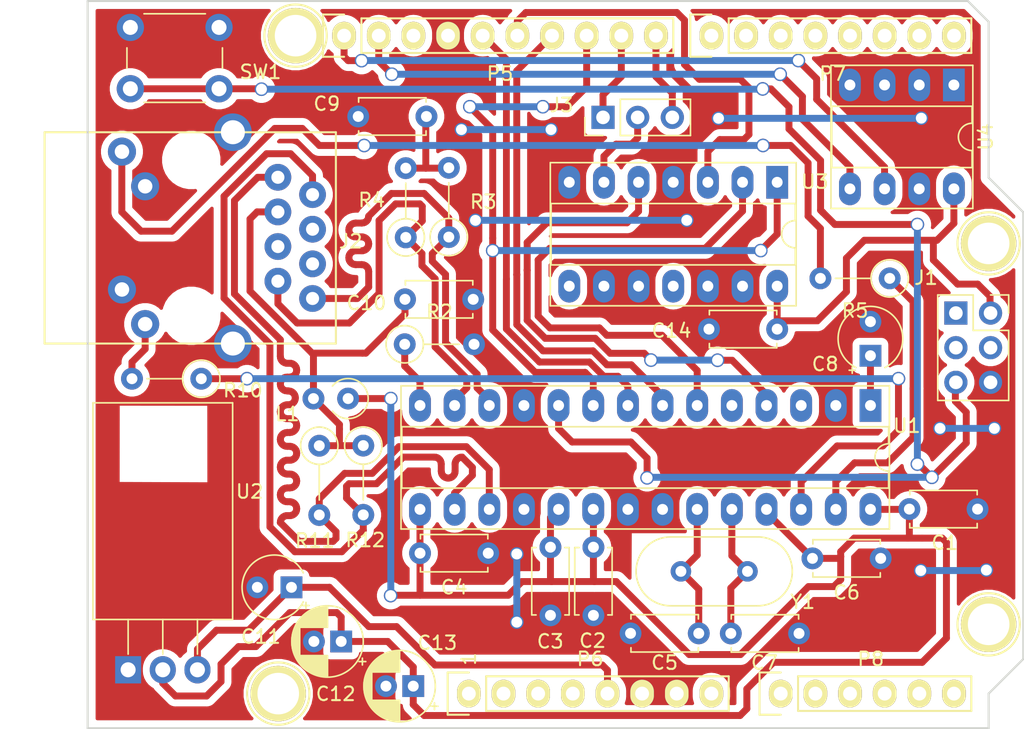
<source format=kicad_pcb>
(kicad_pcb (version 20171130) (host pcbnew "(5.1.6)-1")
  (title_block (date 2020-09-13) (rev v1))
  (layers (0 F.Cu signal) (31 B.Cu signal) (34 B.Paste user hide) (35 F.Paste user hide) (36 B.SilkS user) (37 F.SilkS user) (38 B.Mask user) (39 F.Mask user) (44 Edge.Cuts user))
  (net 0 "")
  (net 1 GND)
  (net 2 "/A4(SDA)")
  (net 3 "/A5(SCL)")
  (net 4 +5V)
  (net 5 +3V3)
  (net 6 "Net-(C5-Pad1)")
  (net 7 "Net-(C7-Pad1)")
  (net 8 "Net-(C8-Pad1)")
  (net 9 "Net-(C9-Pad2)")
  (net 10 "Net-(C10-Pad2)")
  (net 11 "Net-(J2-Pad9)")
  (net 12 "Net-(J2-Pad12)")
  (net 13 /TPIN-)
  (net 14 /TPIN+)
  (net 15 /TPOUT-)
  (net 16 /TPOUT+)
  (net 17 "/9(**)")
  (net 18 "/10(**/SS)")
  (net 19 "/11(**/MOSI)")
  (net 20 "/12(MISO)")
  (net 21 "/13(SCK)")
  (net 22 /Reset)
  (net 23 "Net-(R2-Pad1)")
  (net 24 /LEDA)
  (net 25 /LEDB)
  (net 26 /MISO_ENC)
  (net 27 /INT_ENC)
  (net 28 /8)
  (net 29 /INT_PIN)
  (module Package_DIP:DIP-8_W7.62mm_Socket_LongPads (layer F.Cu) (at 174.49038 79.18196 270)
    (fp_text reference U4 (at 3.81 -2.33 90) (layer F.SilkS))
    (fp_text value AT24MAC402-SSHM)
    (pad 8 thru_hole oval (at 7.62 0 270) (size 2.4 1.6) (drill 0.8) (layers *.Cu *.Mask) (net 4 +5V))
    (pad 4 thru_hole oval (at 0 7.62 270) (size 2.4 1.6) (drill 0.8) (layers *.Cu *.Mask) (net 1 GND))
    (pad 7 thru_hole oval (at 7.62 2.54 270) (size 2.4 1.6) (drill 0.8) (layers *.Cu *.Mask) (net 1 GND))
    (pad 3 thru_hole oval (at 0 5.08 270) (size 2.4 1.6) (drill 0.8) (layers *.Cu *.Mask) (net 1 GND))
    (pad 6 thru_hole oval (at 7.62 5.08 270) (size 2.4 1.6) (drill 0.8) (layers *.Cu *.Mask) (net 3 "/A5(SCL)"))
    (pad 2 thru_hole oval (at 0 2.54 270) (size 2.4 1.6) (drill 0.8) (layers *.Cu *.Mask) (net 1 GND))
    (pad 5 thru_hole oval (at 7.62 7.62 270) (size 2.4 1.6) (drill 0.8) (layers *.Cu *.Mask) (net 2 "/A4(SDA)"))
    (pad 1 thru_hole rect (at 0 0 270) (size 2.4 1.6) (drill 0.8) (layers *.Cu *.Mask) (net 1 GND))
  )
  (module Resistor_THT:R_Axial_DIN0207_L6.3mm_D2.5mm_P5.08mm_Vertical (layer F.Cu) (at 169.7863 93.36786 180)
    (fp_text reference R5 (at 2.54 -2.37) (layer F.SilkS))
    (fp_text value "180 Ω")
    (pad 2 thru_hole oval (at 5.08 0 180) (size 1.6 1.6) (drill 0.8) (layers *.Cu *.Mask) (net 11 "Net-(J2-Pad9)"))
    (pad 1 thru_hole circle (at 0 0 180) (size 1.6 1.6) (drill 0.8) (layers *.Cu *.Mask) (net 24 /LEDA))
  )
  (module Resistor_THT:R_Axial_DIN0207_L6.3mm_D2.5mm_P5.08mm_Vertical (layer F.Cu) (at 134.239 98.20148)
    (fp_text reference R2 (at 2.54 -2.37) (layer F.SilkS))
    (fp_text value "2.32 kΩ 1%")
    (pad 2 thru_hole oval (at 5.08 0) (size 1.6 1.6) (drill 0.8) (layers *.Cu *.Mask) (net 1 GND))
    (pad 1 thru_hole circle (at 0 0) (size 1.6 1.6) (drill 0.8) (layers *.Cu *.Mask) (net 23 "Net-(R2-Pad1)"))
  )
  (module Connector_PinSocket_2.54mm:PinSocket_2x03_P2.54mm_Vertical (layer F.Cu) (at 177.1777 95.91294)
    (fp_text reference J1 (at -4.72948 -2.5908) (layer F.SilkS))
    (fp_text value AVR-ISP-6)
    (pad 5 thru_hole oval (at -2.54 5.08) (size 1.7 1.7) (drill 1) (layers *.Cu *.Mask) (net 22 /Reset))
    (pad 6 thru_hole oval (at 0 5.08) (size 1.7 1.7) (drill 1) (layers *.Cu *.Mask) (net 1 GND))
    (pad 3 thru_hole oval (at -2.54 2.54) (size 1.7 1.7) (drill 1) (layers *.Cu *.Mask) (net 21 "/13(SCK)"))
    (pad 4 thru_hole oval (at 0 2.54) (size 1.7 1.7) (drill 1) (layers *.Cu *.Mask) (net 19 "/11(**/MOSI)"))
    (pad 1 thru_hole rect (at -2.54 0) (size 1.7 1.7) (drill 1) (layers *.Cu *.Mask) (net 20 "/12(MISO)"))
    (pad 2 thru_hole oval (at 0 0) (size 1.7 1.7) (drill 1) (layers *.Cu *.Mask) (net 4 +5V))
  )
  (module Package_DIP:DIP-14_W7.62mm_Socket_LongPads (layer F.Cu) (at 161.53892 86.31936 270)
    (fp_text reference U3 (at -0.04064 -2.75844 180) (layer F.SilkS))
    (fp_text value 74HCT125N)
    (pad 14 thru_hole oval (at 7.62 0 270) (size 2.4 1.6) (drill 0.8) (layers *.Cu *.Mask) (net 4 +5V))
    (pad 7 thru_hole oval (at 0 15.24 270) (size 2.4 1.6) (drill 0.8) (layers *.Cu *.Mask) (net 1 GND))
    (pad 13 thru_hole oval (at 7.62 2.54 270) (size 2.4 1.6) (drill 0.8) (layers *.Cu *.Mask) (net 1 GND))
    (pad 6 thru_hole oval (at 0 12.7 270) (size 2.4 1.6) (drill 0.8) (layers *.Cu *.Mask) (net 29 /INT_PIN))
    (pad 12 thru_hole oval (at 7.62 5.08 270) (size 2.4 1.6) (drill 0.8) (layers *.Cu *.Mask) (net 1 GND))
    (pad 5 thru_hole oval (at 0 10.16 270) (size 2.4 1.6) (drill 0.8) (layers *.Cu *.Mask) (net 27 /INT_ENC))
    (pad 11 thru_hole oval (at 7.62 7.62 270) (size 2.4 1.6) (drill 0.8) (layers *.Cu *.Mask))
    (pad 4 thru_hole oval (at 0 7.62 270) (size 2.4 1.6) (drill 0.8) (layers *.Cu *.Mask) (net 1 GND))
    (pad 10 thru_hole oval (at 7.62 10.16 270) (size 2.4 1.6) (drill 0.8) (layers *.Cu *.Mask) (net 1 GND))
    (pad 3 thru_hole oval (at 0 5.08 270) (size 2.4 1.6) (drill 0.8) (layers *.Cu *.Mask) (net 20 "/12(MISO)"))
    (pad 9 thru_hole oval (at 7.62 12.7 270) (size 2.4 1.6) (drill 0.8) (layers *.Cu *.Mask) (net 1 GND))
    (pad 2 thru_hole oval (at 0 2.54 270) (size 2.4 1.6) (drill 0.8) (layers *.Cu *.Mask) (net 26 /MISO_ENC))
    (pad 8 thru_hole oval (at 7.62 15.24 270) (size 2.4 1.6) (drill 0.8) (layers *.Cu *.Mask))
    (pad 1 thru_hole rect (at 0 0 270) (size 2.4 1.6) (drill 0.8) (layers *.Cu *.Mask) (net 18 "/10(**/SS)"))
  )
  (module Resistor_THT:R_Axial_DIN0207_L6.3mm_D2.5mm_P5.08mm_Vertical (layer F.Cu) (at 119.32666 100.72878 180)
    (fp_text reference R10 (at -3.04546 -0.84836) (layer F.SilkS))
    (fp_text value "180 Ω")
    (pad 2 thru_hole oval (at 5.08 0 180) (size 1.6 1.6) (drill 0.8) (layers *.Cu *.Mask) (net 12 "Net-(J2-Pad12)"))
    (pad 1 thru_hole circle (at 0 0 180) (size 1.6 1.6) (drill 0.8) (layers *.Cu *.Mask) (net 25 /LEDB))
  )
  (module Connector_PinHeader_2.54mm:PinHeader_1x03_P2.54mm_Vertical (layer F.Cu) (at 148.77288 81.5594 90)
    (fp_text reference J3 (at 0.9017 -3.04038 180) (layer F.SilkS))
    (fp_text value Conn_01x03_Male)
    (pad 3 thru_hole oval (at 0 5.08 90) (size 1.7 1.7) (drill 1) (layers *.Cu *.Mask) (net 28 /8))
    (pad 2 thru_hole oval (at 0 2.54 90) (size 1.7 1.7) (drill 1) (layers *.Cu *.Mask) (net 29 /INT_PIN))
    (pad 1 thru_hole rect (at 0 0 90) (size 1.7 1.7) (drill 1) (layers *.Cu *.Mask) (net 17 "/9(**)"))
  )
  (module Package_TO_SOT_THT:TO-220-3_Horizontal_TabDown (layer F.Cu) (at 113.96472 122.07748)
    (fp_text reference U2 (at 8.90524 -13.07084) (layer F.SilkS))
    (fp_text value LM1117-3.3)
    (pad 3 thru_hole oval (at 5.08 0) (size 1.905 2) (drill 1.1) (layers *.Cu *.Mask) (net 4 +5V))
    (pad 2 thru_hole oval (at 2.54 0) (size 1.905 2) (drill 1.1) (layers *.Cu *.Mask) (net 5 +3V3))
    (pad 1 thru_hole rect (at 0 0) (size 1.905 2) (drill 1.1) (layers *.Cu *.Mask) (net 1 GND))
    (pad "" np_thru_hole oval (at 2.54 -16.66) (size 3.5 3.5) (drill 3.5) (layers *.Cu *.Mask))
  )
  (module Capacitor_THT:C_Disc_D4.7mm_W2.5mm_P5.00mm (layer F.Cu) (at 161.53892 97.0915 180)
    (fp_text reference C14 (at 7.75208 -0.10922) (layer F.SilkS))
    (fp_text value "100 nF")
    (pad 2 thru_hole circle (at 5 0 180) (size 1.6 1.6) (drill 0.8) (layers *.Cu *.Mask) (net 1 GND))
    (pad 1 thru_hole circle (at 0 0 180) (size 1.6 1.6) (drill 0.8) (layers *.Cu *.Mask) (net 4 +5V))
  )
  (module Capacitor_THT:CP_Radial_D5.0mm_P2.00mm (layer F.Cu) (at 134.86384 123.27636 180)
    (fp_text reference C13 (at -1.76276 3.16992) (layer F.SilkS))
    (fp_text value "100 μF")
    (pad 2 thru_hole circle (at 2 0 180) (size 1.6 1.6) (drill 0.8) (layers *.Cu *.Mask) (net 1 GND))
    (pad 1 thru_hole rect (at 0 0 180) (size 1.6 1.6) (drill 0.8) (layers *.Cu *.Mask) (net 5 +3V3))
  )
  (module Capacitor_THT:CP_Radial_D5.0mm_P2.00mm (layer F.Cu) (at 129.58064 119.99976 180)
    (fp_text reference C12 (at 0.40386 -3.8481) (layer F.SilkS))
    (fp_text value "10 μF")
    (pad 2 thru_hole circle (at 2 0 180) (size 1.6 1.6) (drill 0.8) (layers *.Cu *.Mask) (net 1 GND))
    (pad 1 thru_hole rect (at 0 0 180) (size 1.6 1.6) (drill 0.8) (layers *.Cu *.Mask) (net 5 +3V3))
  )
  (module Capacitor_THT:CP_Radial_Tantal_D4.5mm_P2.50mm (layer F.Cu) (at 125.93574 116.02974 180)
    (fp_text reference C11 (at 2.24282 -3.61696) (layer F.SilkS))
    (fp_text value "10 μF ( Low ESR )")
    (pad 2 thru_hole circle (at 2.5 0 180) (size 1.6 1.6) (drill 0.8) (layers *.Cu *.Mask) (net 1 GND))
    (pad 1 thru_hole rect (at 0 0 180) (size 1.6 1.6) (drill 0.8) (layers *.Cu *.Mask) (net 4 +5V))
  )
  (module Inductor_THT:L_Axial_L6.6mm_D2.7mm_P2.54mm_Vertical_Vishay_IM-2 (layer F.Cu) (at 130.08864 102.1842 180)
    (fp_text reference L1 (at 4.45008 -1.13538) (layer F.SilkS))
    (fp_text value "4 μH")
    (pad 2 thru_hole oval (at 2.54 0 180) (size 1.6 1.6) (drill 0.8) (layers *.Cu *.Mask) (net 10 "Net-(C10-Pad2)"))
    (pad 1 thru_hole circle (at 0 0 180) (size 1.6 1.6) (drill 0.8) (layers *.Cu *.Mask) (net 5 +3V3))
  )
  (module RJ45_MagJack_LMJTAB881X43M-L:RJ45_MagJack_LMJTAB881X43M-L (layer F.Cu) (at 124.9426 85.9536 270)
    (fp_text reference J2 (at 4.699 -5.334 180) (layer F.SilkS))
    (fp_text value RJ45_MagJack_LMJTAB881X43M-L)
    (pad 11 thru_hole circle (at 8.23 11.43 270) (size 2.06 2.06) (drill 1.06) (layers *.Cu *.Mask) (net 1 GND))
    (pad 10 thru_hole circle (at 0.66 9.73 270) (size 2.06 2.06) (drill 1.06) (layers *.Cu *.Mask) (net 1 GND))
    (pad 9 thru_hole circle (at -1.88 11.43 270) (size 2.06 2.06) (drill 1.06) (layers *.Cu *.Mask) (net 11 "Net-(J2-Pad9)"))
    (pad 12 thru_hole circle (at 10.77 9.73 270) (size 2.06 2.06) (drill 1.06) (layers *.Cu *.Mask) (net 12 "Net-(J2-Pad12)"))
    (pad M2 thru_hole circle (at -3.305 3.3 270) (size 2.76 2.76) (drill 1.76) (layers *.Cu *.Mask) (net 1 GND))
    (pad M1 thru_hole circle (at 12.195 3.3 270) (size 2.76 2.76) (drill 1.76) (layers *.Cu *.Mask) (net 1 GND))
    (pad "" np_thru_hole circle (at -1.27 6.35 270) (size 3.26 3.26) (drill 3.26) (layers *.Cu *.Mask))
    (pad "" np_thru_hole circle (at 10.16 6.35 270) (size 3.26 3.26) (drill 3.26) (layers *.Cu *.Mask))
    (pad 8 thru_hole circle (at 8.89 -2.54 270) (size 1.96 1.96) (drill 0.96) (layers *.Cu *.Mask) (net 13 /TPIN-))
    (pad 7 thru_hole circle (at 7.62 0 270) (size 1.96 1.96) (drill 0.96) (layers *.Cu *.Mask) (net 14 /TPIN+))
    (pad 6 thru_hole circle (at 6.35 -2.54 270) (size 1.96 1.96) (drill 0.96) (layers *.Cu *.Mask))
    (pad 5 thru_hole circle (at 5.08 0 270) (size 1.96 1.96) (drill 0.96) (layers *.Cu *.Mask))
    (pad 4 thru_hole circle (at 3.81 -2.54 270) (size 1.96 1.96) (drill 0.96) (layers *.Cu *.Mask))
    (pad 3 thru_hole circle (at 2.54 0 270) (size 1.96 1.96) (drill 0.96) (layers *.Cu *.Mask) (net 10 "Net-(C10-Pad2)"))
    (pad 2 thru_hole circle (at 1.27 -2.54 270) (size 1.96 1.96) (drill 0.96) (layers *.Cu *.Mask) (net 15 /TPOUT-))
    (pad 1 thru_hole circle (at 0 0 270) (size 1.96 1.96) (drill 0.96) (layers *.Cu *.Mask) (net 16 /TPOUT+))
  )
  (module Crystal:Crystal_HC49-4H_Vertical (layer F.Cu) (at 154.4828 114.8588)
    (fp_text reference Y1 (at 8.92302 2.23266) (layer F.SilkS))
    (fp_text value "25 MHz")
    (pad 2 thru_hole circle (at 4.88 0) (size 1.5 1.5) (drill 0.8) (layers *.Cu *.Mask) (net 7 "Net-(C7-Pad1)"))
    (pad 1 thru_hole circle (at 0 0) (size 1.5 1.5) (drill 0.8) (layers *.Cu *.Mask) (net 6 "Net-(C5-Pad1)"))
  )
  (module Resistor_THT:R_Axial_DIN0207_L6.3mm_D2.5mm_P5.08mm_Vertical (layer F.Cu) (at 134.3152 90.36304 90)
    (fp_text reference R4 (at 2.73558 -2.49936 180) (layer F.SilkS))
    (fp_text value "49.9 Ω 1%")
    (pad 2 thru_hole oval (at 5.08 0 90) (size 1.6 1.6) (drill 0.8) (layers *.Cu *.Mask) (net 9 "Net-(C9-Pad2)"))
    (pad 1 thru_hole circle (at 0 0 90) (size 1.6 1.6) (drill 0.8) (layers *.Cu *.Mask) (net 14 /TPIN+))
  )
  (module Capacitor_THT:C_Disc_D4.7mm_W2.5mm_P5.00mm (layer F.Cu) (at 139.25804 94.90456 180)
    (fp_text reference C10 (at 7.8232 -0.26924) (layer F.SilkS))
    (fp_text value "100 nF")
    (pad 2 thru_hole circle (at 5 0 180) (size 1.6 1.6) (drill 0.8) (layers *.Cu *.Mask) (net 10 "Net-(C10-Pad2)"))
    (pad 1 thru_hole circle (at 0 0 180) (size 1.6 1.6) (drill 0.8) (layers *.Cu *.Mask) (net 1 GND))
  )
  (module Capacitor_THT:C_Disc_D4.7mm_W2.5mm_P5.00mm (layer F.Cu) (at 130.83032 81.49336)
    (fp_text reference C9 (at -2.30378 -0.92964) (layer F.SilkS))
    (fp_text value "100 nF")
    (pad 2 thru_hole circle (at 5 0) (size 1.6 1.6) (drill 0.8) (layers *.Cu *.Mask) (net 9 "Net-(C9-Pad2)"))
    (pad 1 thru_hole circle (at 0 0) (size 1.6 1.6) (drill 0.8) (layers *.Cu *.Mask) (net 1 GND))
  )
  (module Capacitor_THT:CP_Radial_Tantal_D4.5mm_P2.50mm (layer F.Cu) (at 168.37406 99.04222 90)
    (fp_text reference C8 (at -0.61468 -3.31978 180) (layer F.SilkS))
    (fp_text value "10 μF ( Low ESR )")
    (pad 2 thru_hole circle (at 2.5 0 90) (size 1.6 1.6) (drill 0.8) (layers *.Cu *.Mask) (net 1 GND))
    (pad 1 thru_hole rect (at 0 0 90) (size 1.6 1.6) (drill 0.8) (layers *.Cu *.Mask) (net 8 "Net-(C8-Pad1)"))
  )
  (module Capacitor_THT:C_Disc_D4.7mm_W2.5mm_P5.00mm (layer F.Cu) (at 158.1404 119.41048)
    (fp_text reference C7 (at 2.4638 2.1463) (layer F.SilkS))
    (fp_text value "18 pF")
    (pad 2 thru_hole circle (at 5 0) (size 1.6 1.6) (drill 0.8) (layers *.Cu *.Mask) (net 1 GND))
    (pad 1 thru_hole circle (at 0 0) (size 1.6 1.6) (drill 0.8) (layers *.Cu *.Mask) (net 7 "Net-(C7-Pad1)"))
  )
  (module Capacitor_THT:C_Disc_D4.7mm_W2.5mm_P5.00mm (layer F.Cu) (at 169.1259 113.9063 180)
    (fp_text reference C6 (at 2.5 -2.5) (layer F.SilkS))
    (fp_text value "100 nF")
    (pad 2 thru_hole circle (at 5 0 180) (size 1.6 1.6) (drill 0.8) (layers *.Cu *.Mask) (net 5 +3V3))
    (pad 1 thru_hole circle (at 0 0 180) (size 1.6 1.6) (drill 0.8) (layers *.Cu *.Mask) (net 1 GND))
  )
  (module Capacitor_THT:C_Disc_D4.7mm_W2.5mm_P5.00mm (layer F.Cu) (at 155.7909 119.4054 180)
    (fp_text reference C5 (at 2.50698 -2.15138) (layer F.SilkS))
    (fp_text value "18 pF")
    (pad 2 thru_hole circle (at 5 0 180) (size 1.6 1.6) (drill 0.8) (layers *.Cu *.Mask) (net 1 GND))
    (pad 1 thru_hole circle (at 0 0 180) (size 1.6 1.6) (drill 0.8) (layers *.Cu *.Mask) (net 6 "Net-(C5-Pad1)"))
  )
  (module Capacitor_THT:C_Disc_D4.7mm_W2.5mm_P5.00mm (layer F.Cu) (at 144.9197 118.0846 90)
    (fp_text reference C3 (at -1.91262 -0.01524 180) (layer F.SilkS))
    (fp_text value "100 nF")
    (pad 2 thru_hole circle (at 5 0 90) (size 1.6 1.6) (drill 0.8) (layers *.Cu *.Mask) (net 5 +3V3))
    (pad 1 thru_hole circle (at 0 0 90) (size 1.6 1.6) (drill 0.8) (layers *.Cu *.Mask) (net 1 GND))
  )
  (module Resistor_THT:R_Axial_DIN0207_L6.3mm_D2.5mm_P5.08mm_Vertical (layer F.Cu) (at 131.20116 105.63352 270)
    (fp_text reference R12 (at 6.92912 -0.14478 180) (layer F.SilkS))
    (fp_text value "49.9 Ω 1%")
    (pad 2 thru_hole oval (at 5.08 0 270) (size 1.6 1.6) (drill 0.8) (layers *.Cu *.Mask) (net 15 /TPOUT-))
    (pad 1 thru_hole circle (at 0 0 270) (size 1.6 1.6) (drill 0.8) (layers *.Cu *.Mask) (net 10 "Net-(C10-Pad2)"))
  )
  (module Capacitor_THT:C_Disc_D4.7mm_W2.5mm_P5.00mm (layer F.Cu) (at 140.3604 113.5253 180)
    (fp_text reference C4 (at 2.5 -2.5) (layer F.SilkS))
    (fp_text value "100 nF")
    (pad 2 thru_hole circle (at 5 0 180) (size 1.6 1.6) (drill 0.8) (layers *.Cu *.Mask) (net 5 +3V3))
    (pad 1 thru_hole circle (at 0 0 180) (size 1.6 1.6) (drill 0.8) (layers *.Cu *.Mask) (net 1 GND))
  )
  (module Capacitor_THT:C_Disc_D4.7mm_W2.5mm_P5.00mm (layer F.Cu) (at 148.0693 118.0846 90)
    (fp_text reference C2 (at -1.86182 -0.0635 180) (layer F.SilkS))
    (fp_text value "100 nF")
    (pad 2 thru_hole circle (at 5 0 90) (size 1.6 1.6) (drill 0.8) (layers *.Cu *.Mask) (net 5 +3V3))
    (pad 1 thru_hole circle (at 0 0 90) (size 1.6 1.6) (drill 0.8) (layers *.Cu *.Mask) (net 1 GND))
  )
  (module Capacitor_THT:C_Disc_D4.7mm_W2.5mm_P5.00mm (layer F.Cu) (at 171.22648 110.29188)
    (fp_text reference C1 (at 2.5908 2.47142) (layer F.SilkS))
    (fp_text value "100 nF")
    (pad 2 thru_hole circle (at 5 0) (size 1.6 1.6) (drill 0.8) (layers *.Cu *.Mask) (net 1 GND))
    (pad 1 thru_hole circle (at 0 0) (size 1.6 1.6) (drill 0.8) (layers *.Cu *.Mask) (net 5 +3V3))
  )
  (module Resistor_THT:R_Axial_DIN0207_L6.3mm_D2.5mm_P5.08mm_Vertical (layer F.Cu) (at 127.97536 105.64368 270)
    (fp_text reference R11 (at 6.96214 0.3302 180) (layer F.SilkS))
    (fp_text value "49.9 Ω 1%")
    (pad 2 thru_hole oval (at 5.08 0 270) (size 1.6 1.6) (drill 0.8) (layers *.Cu *.Mask) (net 16 /TPOUT+))
    (pad 1 thru_hole circle (at 0 0 270) (size 1.6 1.6) (drill 0.8) (layers *.Cu *.Mask) (net 10 "Net-(C10-Pad2)"))
  )
  (module Package_DIP:DIP-28_W7.62mm_Socket_LongPads (layer F.Cu) (at 168.3766 102.6922 270)
    (fp_text reference U1 (at 1.48844 -2.66954 180) (layer F.SilkS))
    (fp_text value ENC28J60x-SP)
    (pad 28 thru_hole oval (at 7.62 0 270) (size 2.4 1.6) (drill 0.8) (layers *.Cu *.Mask) (net 5 +3V3))
    (pad 14 thru_hole oval (at 0 33.02 270) (size 2.4 1.6) (drill 0.8) (layers *.Cu *.Mask) (net 23 "Net-(R2-Pad1)"))
    (pad 27 thru_hole oval (at 7.62 2.54 270) (size 2.4 1.6) (drill 0.8) (layers *.Cu *.Mask) (net 24 /LEDA))
    (pad 13 thru_hole oval (at 0 30.48 270) (size 2.4 1.6) (drill 0.8) (layers *.Cu *.Mask) (net 14 /TPIN+))
    (pad 26 thru_hole oval (at 7.62 5.08 270) (size 2.4 1.6) (drill 0.8) (layers *.Cu *.Mask) (net 25 /LEDB))
    (pad 12 thru_hole oval (at 0 27.94 270) (size 2.4 1.6) (drill 0.8) (layers *.Cu *.Mask) (net 13 /TPIN-))
    (pad 25 thru_hole oval (at 7.62 7.62 270) (size 2.4 1.6) (drill 0.8) (layers *.Cu *.Mask) (net 5 +3V3))
    (pad 11 thru_hole oval (at 0 25.4 270) (size 2.4 1.6) (drill 0.8) (layers *.Cu *.Mask) (net 1 GND))
    (pad 24 thru_hole oval (at 7.62 10.16 270) (size 2.4 1.6) (drill 0.8) (layers *.Cu *.Mask) (net 7 "Net-(C7-Pad1)"))
    (pad 10 thru_hole oval (at 0 22.86 270) (size 2.4 1.6) (drill 0.8) (layers *.Cu *.Mask) (net 22 /Reset))
    (pad 23 thru_hole oval (at 7.62 12.7 270) (size 2.4 1.6) (drill 0.8) (layers *.Cu *.Mask) (net 6 "Net-(C5-Pad1)"))
    (pad 9 thru_hole oval (at 0 20.32 270) (size 2.4 1.6) (drill 0.8) (layers *.Cu *.Mask) (net 18 "/10(**/SS)"))
    (pad 22 thru_hole oval (at 7.62 15.24 270) (size 2.4 1.6) (drill 0.8) (layers *.Cu *.Mask) (net 1 GND))
    (pad 8 thru_hole oval (at 0 17.78 270) (size 2.4 1.6) (drill 0.8) (layers *.Cu *.Mask) (net 21 "/13(SCK)"))
    (pad 21 thru_hole oval (at 7.62 17.78 270) (size 2.4 1.6) (drill 0.8) (layers *.Cu *.Mask) (net 1 GND))
    (pad 7 thru_hole oval (at 0 15.24 270) (size 2.4 1.6) (drill 0.8) (layers *.Cu *.Mask) (net 19 "/11(**/MOSI)"))
    (pad 20 thru_hole oval (at 7.62 20.32 270) (size 2.4 1.6) (drill 0.8) (layers *.Cu *.Mask) (net 5 +3V3))
    (pad 6 thru_hole oval (at 0 12.7 270) (size 2.4 1.6) (drill 0.8) (layers *.Cu *.Mask) (net 26 /MISO_ENC))
    (pad 19 thru_hole oval (at 7.62 22.86 270) (size 2.4 1.6) (drill 0.8) (layers *.Cu *.Mask) (net 5 +3V3))
    (pad 5 thru_hole oval (at 0 10.16 270) (size 2.4 1.6) (drill 0.8) (layers *.Cu *.Mask))
    (pad 18 thru_hole oval (at 7.62 25.4 270) (size 2.4 1.6) (drill 0.8) (layers *.Cu *.Mask) (net 1 GND))
    (pad 4 thru_hole oval (at 0 7.62 270) (size 2.4 1.6) (drill 0.8) (layers *.Cu *.Mask) (net 27 /INT_ENC))
    (pad 17 thru_hole oval (at 7.62 27.94 270) (size 2.4 1.6) (drill 0.8) (layers *.Cu *.Mask) (net 16 /TPOUT+))
    (pad 3 thru_hole oval (at 0 5.08 270) (size 2.4 1.6) (drill 0.8) (layers *.Cu *.Mask))
    (pad 16 thru_hole oval (at 7.62 30.48 270) (size 2.4 1.6) (drill 0.8) (layers *.Cu *.Mask) (net 15 /TPOUT-))
    (pad 2 thru_hole oval (at 0 2.54 270) (size 2.4 1.6) (drill 0.8) (layers *.Cu *.Mask) (net 1 GND))
    (pad 15 thru_hole oval (at 7.62 33.02 270) (size 2.4 1.6) (drill 0.8) (layers *.Cu *.Mask) (net 5 +3V3))
    (pad 1 thru_hole rect (at 0 0 270) (size 2.4 1.6) (drill 0.8) (layers *.Cu *.Mask) (net 8 "Net-(C8-Pad1)"))
  )
  (module Button_Switch_THT:SW_PUSH_6mm_H5mm (layer F.Cu) (at 114.12728 74.96048)
    (fp_text reference SW1 (at 9.53516 3.2639) (layer F.SilkS))
    (fp_text value SW_Push)
    (pad 1 thru_hole circle (at 6.5 0 90) (size 2 2) (drill 1.1) (layers *.Cu *.Mask) (net 1 GND))
    (pad 2 thru_hole circle (at 6.5 4.5 90) (size 2 2) (drill 1.1) (layers *.Cu *.Mask) (net 22 /Reset))
    (pad 1 thru_hole circle (at 0 0 90) (size 2 2) (drill 1.1) (layers *.Cu *.Mask) (net 1 GND))
    (pad 2 thru_hole circle (at 0 4.5 90) (size 2 2) (drill 1.1) (layers *.Cu *.Mask) (net 22 /Reset))
  )
  (module Resistor_THT:R_Axial_DIN0207_L6.3mm_D2.5mm_P5.08mm_Vertical (layer F.Cu) (at 137.46988 90.33764 90)
    (fp_text reference R3 (at 2.58318 2.5273 180) (layer F.SilkS))
    (fp_text value "49.9 Ω 1%")
    (pad 2 thru_hole oval (at 5.08 0 90) (size 1.6 1.6) (drill 0.8) (layers *.Cu *.Mask) (net 9 "Net-(C9-Pad2)"))
    (pad 1 thru_hole circle (at 0 0 90) (size 1.6 1.6) (drill 0.8) (layers *.Cu *.Mask) (net 13 /TPIN-))
  )
  (module Socket_Arduino_Uno:Socket_Strip_Arduino_1x08 (layer F.Cu) (at 138.938 123.825)
    (fp_text reference P6 (at 8.89 -2.54) (layer F.SilkS))
    (fp_text value Power)
    (pad 8 thru_hole oval (at 17.78 0) (size 1.7272 2.032) (drill 1.016) (layers *.Cu *.Mask F.SilkS))
    (pad 7 thru_hole oval (at 15.24 0) (size 1.7272 2.032) (drill 1.016) (layers *.Cu *.Mask F.SilkS) (net 1 GND))
    (pad 6 thru_hole oval (at 12.7 0) (size 1.7272 2.032) (drill 1.016) (layers *.Cu *.Mask F.SilkS) (net 1 GND))
    (pad 5 thru_hole oval (at 10.16 0) (size 1.7272 2.032) (drill 1.016) (layers *.Cu *.Mask F.SilkS) (net 4 +5V))
    (pad 4 thru_hole oval (at 7.62 0) (size 1.7272 2.032) (drill 1.016) (layers *.Cu *.Mask F.SilkS) (net 5 +3V3))
    (pad 3 thru_hole oval (at 5.08 0) (size 1.7272 2.032) (drill 1.016) (layers *.Cu *.Mask F.SilkS) (net 22 /Reset))
    (pad 2 thru_hole oval (at 2.54 0) (size 1.7272 2.032) (drill 1.016) (layers *.Cu *.Mask F.SilkS))
    (pad 1 thru_hole oval (at 0 0) (size 1.7272 2.032) (drill 1.016) (layers *.Cu *.Mask F.SilkS))
  )
  (module Socket_Arduino_Uno:Socket_Strip_Arduino_1x06 (layer F.Cu) (at 161.798 123.825)
    (fp_text reference P8 (at 6.604 -2.54) (layer F.SilkS))
    (fp_text value Analog)
    (pad 6 thru_hole oval (at 12.7 0) (size 1.7272 2.032) (drill 1.016) (layers *.Cu *.Mask F.SilkS) (net 3 "/A5(SCL)"))
    (pad 5 thru_hole oval (at 10.16 0) (size 1.7272 2.032) (drill 1.016) (layers *.Cu *.Mask F.SilkS) (net 2 "/A4(SDA)"))
    (pad 4 thru_hole oval (at 7.62 0) (size 1.7272 2.032) (drill 1.016) (layers *.Cu *.Mask F.SilkS))
    (pad 3 thru_hole oval (at 5.08 0) (size 1.7272 2.032) (drill 1.016) (layers *.Cu *.Mask F.SilkS))
    (pad 2 thru_hole oval (at 2.54 0) (size 1.7272 2.032) (drill 1.016) (layers *.Cu *.Mask F.SilkS))
    (pad 1 thru_hole oval (at 0 0) (size 1.7272 2.032) (drill 1.016) (layers *.Cu *.Mask F.SilkS))
  )
  (module Socket_Arduino_Uno:Socket_Strip_Arduino_1x10 (layer F.Cu) (at 129.794 75.565)
    (fp_text reference P5 (at 11.43 2.794) (layer F.SilkS))
    (fp_text value Digital)
    (pad 10 thru_hole oval (at 22.86 0) (size 1.7272 2.032) (drill 1.016) (layers *.Cu *.Mask F.SilkS) (net 28 /8))
    (pad 9 thru_hole oval (at 20.32 0) (size 1.7272 2.032) (drill 1.016) (layers *.Cu *.Mask F.SilkS) (net 17 "/9(**)"))
    (pad 8 thru_hole oval (at 17.78 0) (size 1.7272 2.032) (drill 1.016) (layers *.Cu *.Mask F.SilkS) (net 18 "/10(**/SS)"))
    (pad 7 thru_hole oval (at 15.24 0) (size 1.7272 2.032) (drill 1.016) (layers *.Cu *.Mask F.SilkS) (net 19 "/11(**/MOSI)"))
    (pad 6 thru_hole oval (at 12.7 0) (size 1.7272 2.032) (drill 1.016) (layers *.Cu *.Mask F.SilkS) (net 20 "/12(MISO)"))
    (pad 5 thru_hole oval (at 10.16 0) (size 1.7272 2.032) (drill 1.016) (layers *.Cu *.Mask F.SilkS) (net 21 "/13(SCK)"))
    (pad 4 thru_hole oval (at 7.62 0) (size 1.7272 2.032) (drill 1.016) (layers *.Cu *.Mask F.SilkS) (net 1 GND))
    (pad 3 thru_hole oval (at 5.08 0) (size 1.7272 2.032) (drill 1.016) (layers *.Cu *.Mask F.SilkS))
    (pad 2 thru_hole oval (at 2.54 0) (size 1.7272 2.032) (drill 1.016) (layers *.Cu *.Mask F.SilkS) (net 2 "/A4(SDA)"))
    (pad 1 thru_hole oval (at 0 0) (size 1.7272 2.032) (drill 1.016) (layers *.Cu *.Mask F.SilkS) (net 3 "/A5(SCL)"))
  )
  (module Socket_Arduino_Uno:Socket_Strip_Arduino_1x08 (layer F.Cu) (at 156.718 75.565)
    (fp_text reference P7 (at 8.89 2.794) (layer F.SilkS))
    (fp_text value Digital)
    (pad 8 thru_hole oval (at 17.78 0) (size 1.7272 2.032) (drill 1.016) (layers *.Cu *.Mask F.SilkS))
    (pad 7 thru_hole oval (at 15.24 0) (size 1.7272 2.032) (drill 1.016) (layers *.Cu *.Mask F.SilkS))
    (pad 6 thru_hole oval (at 12.7 0) (size 1.7272 2.032) (drill 1.016) (layers *.Cu *.Mask F.SilkS))
    (pad 5 thru_hole oval (at 10.16 0) (size 1.7272 2.032) (drill 1.016) (layers *.Cu *.Mask F.SilkS))
    (pad 4 thru_hole oval (at 7.62 0) (size 1.7272 2.032) (drill 1.016) (layers *.Cu *.Mask F.SilkS))
    (pad 3 thru_hole oval (at 5.08 0) (size 1.7272 2.032) (drill 1.016) (layers *.Cu *.Mask F.SilkS))
    (pad 2 thru_hole oval (at 2.54 0) (size 1.7272 2.032) (drill 1.016) (layers *.Cu *.Mask F.SilkS))
    (pad 1 thru_hole oval (at 0 0) (size 1.7272 2.032) (drill 1.016) (layers *.Cu *.Mask F.SilkS))
  )
  (module Socket_Arduino_Uno:Arduino_1pin (layer F.Cu) (at 124.968 123.825)
    (fp_text reference P1 hide)
    (fp_text value CONN_01X01 hide)
    (pad 1 thru_hole circle (at 0 0) (size 4.064 4.064) (drill 3.048) (layers *.Cu *.Mask F.SilkS))
  )
  (module Socket_Arduino_Uno:Arduino_1pin (layer F.Cu) (at 177.038 118.745)
    (fp_text reference P2 hide)
    (fp_text value CONN_01X01 hide)
    (pad 1 thru_hole circle (at 0 0) (size 4.064 4.064) (drill 3.048) (layers *.Cu *.Mask F.SilkS))
  )
  (module Socket_Arduino_Uno:Arduino_1pin (layer F.Cu) (at 126.238 75.565)
    (fp_text reference P3 hide)
    (fp_text value CONN_01X01 hide)
    (pad 1 thru_hole circle (at 0 0) (size 4.064 4.064) (drill 3.048) (layers *.Cu *.Mask F.SilkS))
  )
  (module Socket_Arduino_Uno:Arduino_1pin (layer F.Cu) (at 177.038 90.805)
    (fp_text reference P4 hide)
    (fp_text value CONN_01X01 hide)
    (pad 1 thru_hole circle (at 0 0) (size 4.064 4.064) (drill 3.048) (layers *.Cu *.Mask F.SilkS))
  )
  (gr_text 1 (at 138.938 121.285 90) (layer F.SilkS) (effects (font (size 1 1))))
  (gr_line (start 177.038 74.549) (end 175.514 73.025) (angle 90) (layer Edge.Cuts) (width 0.15))
  (gr_line (start 177.038 85.979) (end 177.038 74.549) (angle 90) (layer Edge.Cuts) (width 0.15))
  (gr_line (start 179.578 88.519) (end 177.038 85.979) (angle 90) (layer Edge.Cuts) (width 0.15))
  (gr_line (start 179.578 121.285) (end 179.578 88.519) (angle 90) (layer Edge.Cuts) (width 0.15))
  (gr_line (start 177.038 123.825) (end 179.578 121.285) (angle 90) (layer Edge.Cuts) (width 0.15))
  (gr_line (start 177.038 126.365) (end 177.038 123.825) (angle 90) (layer Edge.Cuts) (width 0.15))
  (gr_line (start 110.998 126.365) (end 177.038 126.365) (angle 90) (layer Edge.Cuts) (width 0.15))
  (gr_line (start 110.998 73.025) (end 110.998 126.365) (angle 90) (layer Edge.Cuts) (width 0.15))
  (gr_line (start 175.514 73.025) (end 110.998 73.025) (angle 90) (layer Edge.Cuts) (width 0.15))
  (via (at 138.39444 82.45348) (size 1) (drill 0.8) (layers F.Cu B.Cu) (net 1))
  (via (at 144.96288 82.45348) (size 1) (drill 0.8) (layers F.Cu B.Cu) (net 1))
  (segment (start 138.39444 82.45348) (end 144.96288 82.45348) (width 0.508) (layer B.Cu) (net 1))
  (segment (start 133.0706 122.90044) (end 133.134758 122.90044) (width 0.508) (layer F.Cu) (net 1))
  (via (at 142.45336 113.58372) (size 1) (drill 0.8) (layers F.Cu B.Cu) (net 1))
  (via (at 142.45336 118.58244) (size 1) (drill 0.8) (layers F.Cu B.Cu) (net 1))
  (segment (start 142.45336 113.58372) (end 142.45336 118.58244) (width 0.508) (layer B.Cu) (net 1))
  (via (at 172.06468 114.79784) (size 1) (drill 0.8) (layers F.Cu B.Cu) (net 1))
  (via (at 176.87036 114.76228) (size 1) (drill 0.8) (layers F.Cu B.Cu) (net 1))
  (segment (start 172.06468 114.79784) (end 176.8348 114.79784) (width 0.508) (layer B.Cu) (net 1))
  (segment (start 176.8348 114.79784) (end 176.87036 114.76228) (width 0.508) (layer B.Cu) (net 1))
  (via (at 173.47438 104.37114) (size 1) (drill 0.8) (layers F.Cu B.Cu) (net 1))
  (via (at 177.4571 104.37114) (size 1) (drill 0.8) (layers F.Cu B.Cu) (net 1))
  (segment (start 173.47438 104.37114) (end 177.4571 104.37114) (width 0.5) (layer B.Cu) (net 1))
  (via (at 157.24124 81.62798) (size 1) (drill 0.8) (layers F.Cu B.Cu) (net 1))
  (via (at 172.10278 81.61782) (size 1) (drill 0.8) (layers F.Cu B.Cu) (net 1))
  (segment (start 157.24124 81.62798) (end 172.09262 81.62798) (width 0.508) (layer B.Cu) (net 1))
  (segment (start 172.09262 81.62798) (end 172.10278 81.61782) (width 0.508) (layer B.Cu) (net 1))
  (via (at 154.91206 89.10828) (size 1) (drill 0.8) (layers F.Cu B.Cu) (net 1))
  (segment (start 154.91206 89.10828) (end 139.42568 89.10828) (width 0.508) (layer B.Cu) (net 1))
  (via (at 139.42314 89.11082) (size 1) (drill 0.8) (layers F.Cu B.Cu) (net 1))
  (segment (start 139.42568 89.10828) (end 139.42314 89.11082) (width 0.508) (layer B.Cu) (net 1))
  (via (at 133.29412 78.39672) (size 1) (drill 0.8) (layers F.Cu B.Cu) (net 2))
  (segment (start 132.334 75.565) (end 132.334 77.4366) (width 0.508) (layer F.Cu) (net 2))
  (segment (start 132.334 77.4366) (end 133.29412 78.39672) (width 0.508) (layer F.Cu) (net 2))
  (via (at 161.75736 78.3971) (size 1) (drill 0.8) (layers F.Cu B.Cu) (net 2))
  (segment (start 133.29412 78.39672) (end 161.75698 78.39672) (width 0.508) (layer B.Cu) (net 2))
  (segment (start 161.75698 78.39672) (end 161.75736 78.3971) (width 0.508) (layer B.Cu) (net 2))
  (segment (start 163.38804 80.02778) (end 163.38804 81.69656) (width 0.508) (layer F.Cu) (net 2))
  (segment (start 161.75736 78.3971) (end 163.38804 80.02778) (width 0.508) (layer F.Cu) (net 2))
  (segment (start 166.87038 85.1789) (end 166.87038 86.80196) (width 0.508) (layer F.Cu) (net 2))
  (segment (start 163.38804 81.69656) (end 166.87038 85.1789) (width 0.508) (layer F.Cu) (net 2))
  (via (at 163.09086 77.38872) (size 1) (drill 0.8) (layers F.Cu B.Cu) (net 3))
  (via (at 131.0767 77.39634) (size 1) (drill 0.8) (layers F.Cu B.Cu) (net 3))
  (segment (start 163.09086 77.38872) (end 131.08432 77.38872) (width 0.508) (layer B.Cu) (net 3))
  (segment (start 131.08432 77.38872) (end 131.0767 77.39634) (width 0.508) (layer B.Cu) (net 3))
  (segment (start 131.0767 77.39634) (end 130.09118 77.39634) (width 0.508) (layer F.Cu) (net 3))
  (segment (start 129.794 77.09916) (end 129.794 75.565) (width 0.508) (layer F.Cu) (net 3))
  (segment (start 130.09118 77.39634) (end 129.794 77.09916) (width 0.508) (layer F.Cu) (net 3))
  (segment (start 169.41038 85.21192) (end 169.41038 86.80196) (width 0.508) (layer F.Cu) (net 3))
  (segment (start 164.43198 80.23352) (end 169.41038 85.21192) (width 0.508) (layer F.Cu) (net 3))
  (segment (start 163.09086 77.38872) (end 164.43198 78.72984) (width 0.508) (layer F.Cu) (net 3))
  (segment (start 164.43198 78.72984) (end 164.43198 80.23352) (width 0.508) (layer F.Cu) (net 3))
  (segment (start 149.098 122.10796) (end 149.098 123.825) (width 0.508) (layer F.Cu) (net 4))
  (segment (start 148.717 121.72696) (end 149.098 122.10796) (width 0.508) (layer F.Cu) (net 4))
  (segment (start 128.7272 116.02974) (end 131.6101 118.91264) (width 0.508) (layer F.Cu) (net 4))
  (segment (start 125.93574 116.02974) (end 128.7272 116.02974) (width 0.508) (layer F.Cu) (net 4))
  (segment (start 133.63956 118.91264) (end 136.45388 121.72696) (width 0.508) (layer F.Cu) (net 4))
  (segment (start 131.6101 118.91264) (end 133.63956 118.91264) (width 0.508) (layer F.Cu) (net 4))
  (segment (start 136.45388 121.72696) (end 148.717 121.72696) (width 0.508) (layer F.Cu) (net 4))
  (segment (start 120.4374 119.1768) (end 122.78868 119.1768) (width 0.508) (layer F.Cu) (net 4))
  (segment (start 119.04472 120.56948) (end 120.4374 119.1768) (width 0.508) (layer F.Cu) (net 4))
  (segment (start 122.78868 119.1768) (end 125.93574 116.02974) (width 0.508) (layer F.Cu) (net 4))
  (segment (start 119.04472 122.07748) (end 119.04472 120.56948) (width 0.508) (layer F.Cu) (net 4))
  (segment (start 161.53892 93.32976) (end 161.53892 96.4819) (width 0.508) (layer F.Cu) (net 4))
  (segment (start 164.48024 96.4819) (end 161.53892 96.4819) (width 0.508) (layer F.Cu) (net 4))
  (segment (start 174.49038 89.33434) (end 173.2534 90.57132) (width 0.508) (layer F.Cu) (net 4))
  (segment (start 174.49038 86.80196) (end 174.49038 89.33434) (width 0.508) (layer F.Cu) (net 4))
  (segment (start 166.61384 94.3483) (end 164.48024 96.4819) (width 0.508) (layer F.Cu) (net 4))
  (segment (start 167.92956 90.57132) (end 166.61384 91.88704) (width 0.508) (layer F.Cu) (net 4))
  (segment (start 166.61384 91.88704) (end 166.61384 94.3483) (width 0.508) (layer F.Cu) (net 4))
  (segment (start 177.1396 94.6912) (end 177.1396 95.885) (width 0.508) (layer F.Cu) (net 4))
  (segment (start 176.2379 93.7895) (end 177.1396 94.6912) (width 0.508) (layer F.Cu) (net 4))
  (segment (start 172.9867 90.57132) (end 167.92956 90.57132) (width 0.508) (layer F.Cu) (net 4))
  (segment (start 172.9867 92.01658) (end 174.75962 93.7895) (width 0.508) (layer F.Cu) (net 4))
  (segment (start 172.9867 90.57132) (end 172.9867 92.01658) (width 0.508) (layer F.Cu) (net 4))
  (segment (start 173.2534 90.57132) (end 172.9867 90.57132) (width 0.508) (layer F.Cu) (net 4))
  (segment (start 174.75962 93.7895) (end 176.2379 93.7895) (width 0.508) (layer F.Cu) (net 4))
  (segment (start 135.2296 113.6561) (end 135.3604 113.5253) (width 0.5) (layer F.Cu) (net 5))
  (segment (start 164.1259 113.9063) (end 163.8173 113.9063) (width 0.5) (layer F.Cu) (net 5))
  (segment (start 135.3604 110.8494) (end 135.3566 110.8456) (width 0.508) (layer F.Cu) (net 5))
  (segment (start 135.3604 110.316) (end 135.3566 110.3122) (width 0.5) (layer F.Cu) (net 5))
  (via (at 133.20776 116.6368) (size 1) (drill 0.8) (layers F.Cu B.Cu) (net 5))
  (segment (start 135.3604 116.61012) (end 133.23444 116.61012) (width 0.508) (layer F.Cu) (net 5))
  (segment (start 133.23444 116.61012) (end 133.20776 116.6368) (width 0.508) (layer F.Cu) (net 5))
  (segment (start 133.1976 116.62664) (end 133.20776 116.6368) (width 0.508) (layer B.Cu) (net 5))
  (segment (start 160.7566 110.537) (end 164.1259 113.9063) (width 0.508) (layer F.Cu) (net 5))
  (segment (start 160.7566 110.3122) (end 160.7566 110.537) (width 0.508) (layer F.Cu) (net 5))
  (segment (start 135.3566 113.5215) (end 135.3604 113.5253) (width 0.508) (layer F.Cu) (net 5))
  (segment (start 135.3566 110.3122) (end 135.3566 113.5215) (width 0.508) (layer F.Cu) (net 5))
  (segment (start 135.3604 113.5253) (end 135.3604 116.61012) (width 0.508) (layer F.Cu) (net 5))
  (segment (start 167.18788 112.4204) (end 166.19474 113.41354) (width 0.508) (layer F.Cu) (net 5))
  (segment (start 135.3604 116.61012) (end 141.8298 116.61012) (width 0.508) (layer F.Cu) (net 5))
  (segment (start 141.8298 116.61012) (end 142.83436 115.60556) (width 0.508) (layer F.Cu) (net 5))
  (segment (start 144.9197 115.52682) (end 144.99844 115.60556) (width 0.508) (layer F.Cu) (net 5))
  (segment (start 144.9197 113.0846) (end 144.9197 115.52682) (width 0.508) (layer F.Cu) (net 5))
  (segment (start 142.83436 115.60556) (end 144.99844 115.60556) (width 0.508) (layer F.Cu) (net 5))
  (segment (start 148.0693 115.5319) (end 148.14296 115.60556) (width 0.508) (layer F.Cu) (net 5))
  (segment (start 148.0693 113.0846) (end 148.0693 115.5319) (width 0.508) (layer F.Cu) (net 5))
  (segment (start 144.99844 115.60556) (end 148.14296 115.60556) (width 0.508) (layer F.Cu) (net 5))
  (segment (start 148.0693 110.3249) (end 148.0566 110.3122) (width 0.508) (layer F.Cu) (net 5))
  (segment (start 148.0693 113.0846) (end 148.0693 110.3249) (width 0.508) (layer F.Cu) (net 5))
  (segment (start 144.9197 110.9091) (end 145.5166 110.3122) (width 0.508) (layer F.Cu) (net 5))
  (segment (start 144.9197 113.0846) (end 144.9197 110.9091) (width 0.508) (layer F.Cu) (net 5))
  (segment (start 166.06266 113.9063) (end 166.19474 113.77422) (width 0.508) (layer F.Cu) (net 5))
  (segment (start 164.1259 113.9063) (end 166.06266 113.9063) (width 0.508) (layer F.Cu) (net 5))
  (segment (start 166.19474 113.77422) (end 166.19474 113.41354) (width 0.508) (layer F.Cu) (net 5))
  (segment (start 171.22648 110.29188) (end 171.22648 112.29848) (width 0.508) (layer F.Cu) (net 5))
  (segment (start 171.22648 112.29848) (end 171.10456 112.4204) (width 0.508) (layer F.Cu) (net 5))
  (segment (start 171.10456 112.4204) (end 167.18788 112.4204) (width 0.508) (layer F.Cu) (net 5))
  (segment (start 171.20616 110.3122) (end 171.22648 110.29188) (width 0.508) (layer F.Cu) (net 5))
  (segment (start 168.3766 110.3122) (end 171.20616 110.3122) (width 0.508) (layer F.Cu) (net 5))
  (segment (start 129.58064 119.99976) (end 132.99186 119.99976) (width 0.508) (layer F.Cu) (net 5))
  (segment (start 134.86384 121.87174) (end 134.86384 123.27636) (width 0.508) (layer F.Cu) (net 5))
  (segment (start 132.99186 119.99976) (end 134.86384 121.87174) (width 0.508) (layer F.Cu) (net 5))
  (segment (start 172.1612 112.4204) (end 171.10456 112.4204) (width 0.508) (layer F.Cu) (net 5))
  (segment (start 159.31388 124.93498) (end 159.31388 123.4821) (width 0.508) (layer F.Cu) (net 5))
  (segment (start 173.6344 112.4204) (end 172.1612 112.4204) (width 0.508) (layer F.Cu) (net 5))
  (segment (start 158.81858 125.43028) (end 159.31388 124.93498) (width 0.508) (layer F.Cu) (net 5))
  (segment (start 135.664598 125.43028) (end 158.81858 125.43028) (width 0.508) (layer F.Cu) (net 5))
  (segment (start 134.86384 123.27636) (end 134.86384 124.629522) (width 0.508) (layer F.Cu) (net 5))
  (segment (start 134.86384 124.629522) (end 135.664598 125.43028) (width 0.508) (layer F.Cu) (net 5))
  (segment (start 161.2646 121.53138) (end 172.16628 121.53138) (width 0.508) (layer F.Cu) (net 5))
  (segment (start 159.31388 123.4821) (end 161.2646 121.53138) (width 0.508) (layer F.Cu) (net 5))
  (segment (start 172.16628 121.53138) (end 173.94428 119.75338) (width 0.508) (layer F.Cu) (net 5))
  (segment (start 173.94428 112.73028) (end 173.6344 112.4204) (width 0.508) (layer F.Cu) (net 5))
  (segment (start 173.94428 119.75338) (end 173.94428 112.73028) (width 0.508) (layer F.Cu) (net 5))
  (segment (start 123.32716 120.37822) (end 125.82144 117.88394) (width 0.508) (layer F.Cu) (net 5))
  (segment (start 122.0597 120.37822) (end 123.32716 120.37822) (width 0.508) (layer F.Cu) (net 5))
  (segment (start 120.77446 121.66346) (end 122.0597 120.37822) (width 0.508) (layer F.Cu) (net 5))
  (segment (start 129.25806 117.88394) (end 129.58064 118.20652) (width 0.508) (layer F.Cu) (net 5))
  (segment (start 116.50472 123.06554) (end 117.43944 124.00026) (width 0.508) (layer F.Cu) (net 5))
  (segment (start 120.77446 122.94362) (end 120.77446 121.66346) (width 0.508) (layer F.Cu) (net 5))
  (segment (start 129.58064 118.20652) (end 129.58064 119.99976) (width 0.508) (layer F.Cu) (net 5))
  (segment (start 116.50472 122.07748) (end 116.50472 123.06554) (width 0.508) (layer F.Cu) (net 5))
  (segment (start 125.82144 117.88394) (end 129.25806 117.88394) (width 0.508) (layer F.Cu) (net 5))
  (segment (start 117.43944 124.00026) (end 119.71782 124.00026) (width 0.508) (layer F.Cu) (net 5))
  (segment (start 119.71782 124.00026) (end 120.77446 122.94362) (width 0.508) (layer F.Cu) (net 5))
  (via (at 133.21792 102.18166) (size 1) (drill 0.8) (layers F.Cu B.Cu) (net 5))
  (segment (start 130.08864 102.1842) (end 133.21538 102.1842) (width 0.508) (layer F.Cu) (net 5))
  (segment (start 133.21538 102.1842) (end 133.21792 102.18166) (width 0.508) (layer F.Cu) (net 5))
  (segment (start 133.21792 116.62664) (end 133.20776 116.6368) (width 0.508) (layer B.Cu) (net 5))
  (segment (start 133.21792 102.18166) (end 133.21792 116.62664) (width 0.508) (layer B.Cu) (net 5))
  (segment (start 166.19474 115.46586) (end 166.19474 113.77422) (width 0.508) (layer F.Cu) (net 5))
  (segment (start 165.6842 115.9764) (end 166.19474 115.46586) (width 0.508) (layer F.Cu) (net 5))
  (segment (start 158.84906 120.95988) (end 163.83254 115.9764) (width 0.508) (layer F.Cu) (net 5))
  (segment (start 149.73808 115.60556) (end 155.0924 120.95988) (width 0.508) (layer F.Cu) (net 5))
  (segment (start 148.14296 115.60556) (end 149.73808 115.60556) (width 0.508) (layer F.Cu) (net 5))
  (segment (start 155.0924 120.95988) (end 158.84906 120.95988) (width 0.508) (layer F.Cu) (net 5))
  (segment (start 163.83254 115.9764) (end 165.6842 115.9764) (width 0.508) (layer F.Cu) (net 5))
  (segment (start 155.6766 113.665) (end 154.4828 114.8588) (width 0.508) (layer F.Cu) (net 6))
  (segment (start 155.6766 110.8456) (end 155.6766 113.665) (width 0.508) (layer F.Cu) (net 6))
  (segment (start 155.7909 117.559165) (end 155.7909 119.4054) (width 0.508) (layer F.Cu) (net 6))
  (segment (start 154.4828 114.8588) (end 155.7909 116.1669) (width 0.508) (layer F.Cu) (net 6))
  (segment (start 155.7909 116.1669) (end 155.7909 117.559165) (width 0.508) (layer F.Cu) (net 6))
  (segment (start 158.2166 112.494989) (end 158.2166 110.8456) (width 0.508) (layer F.Cu) (net 7))
  (segment (start 159.3628 114.8588) (end 158.2166 113.7126) (width 0.508) (layer F.Cu) (net 7))
  (segment (start 158.2166 113.7126) (end 158.2166 112.494989) (width 0.508) (layer F.Cu) (net 7))
  (segment (start 158.1404 116.0812) (end 159.3628 114.8588) (width 0.508) (layer F.Cu) (net 7))
  (segment (start 158.1404 119.41048) (end 158.1404 116.0812) (width 0.508) (layer F.Cu) (net 7))
  (segment (start 168.37406 102.68966) (end 168.3766 102.6922) (width 0.508) (layer F.Cu) (net 8))
  (segment (start 168.37406 99.04222) (end 168.37406 102.68966) (width 0.508) (layer F.Cu) (net 8))
  (segment (start 137.44448 85.28304) (end 137.46988 85.25764) (width 0.508) (layer F.Cu) (net 9))
  (segment (start 135.78332 85.28304) (end 135.78332 81.54036) (width 0.508) (layer F.Cu) (net 9))
  (segment (start 135.78332 81.54036) (end 135.83032 81.49336) (width 0.508) (layer F.Cu) (net 9))
  (segment (start 135.78332 85.28304) (end 137.44448 85.28304) (width 0.508) (layer F.Cu) (net 9))
  (segment (start 134.3152 85.28304) (end 135.78332 85.28304) (width 0.508) (layer F.Cu) (net 9))
  (segment (start 131.191 105.64368) (end 131.20116 105.63352) (width 0.508) (layer F.Cu) (net 10))
  (segment (start 129.45364 105.64368) (end 129.45364 104.4194) (width 0.508) (layer F.Cu) (net 10))
  (segment (start 129.45364 105.64368) (end 131.191 105.64368) (width 0.508) (layer F.Cu) (net 10))
  (segment (start 127.97536 105.64368) (end 129.45364 105.64368) (width 0.508) (layer F.Cu) (net 10))
  (segment (start 129.45364 104.0892) (end 129.45364 104.4194) (width 0.508) (layer F.Cu) (net 10))
  (segment (start 127.54864 102.1842) (end 129.45364 104.0892) (width 0.508) (layer F.Cu) (net 10))
  (segment (start 122.90044 89.01176) (end 123.4186 88.4936) (width 0.508) (layer F.Cu) (net 10))
  (segment (start 123.4186 88.4936) (end 124.9426 88.4936) (width 0.508) (layer F.Cu) (net 10))
  (segment (start 122.90044 94.30512) (end 122.90044 89.01176) (width 0.508) (layer F.Cu) (net 10))
  (segment (start 127.44704 98.85172) (end 122.90044 94.30512) (width 0.508) (layer F.Cu) (net 10))
  (segment (start 127.54864 98.95332) (end 127.44704 98.85172) (width 0.508) (layer F.Cu) (net 10))
  (segment (start 127.54864 102.1842) (end 127.54864 98.95332) (width 0.508) (layer F.Cu) (net 10))
  (segment (start 131.14274 98.85172) (end 127.44704 98.85172) (width 0.508) (layer F.Cu) (net 10))
  (segment (start 131.38658 98.85172) (end 131.14274 98.85172) (width 0.508) (layer F.Cu) (net 10))
  (segment (start 134.25804 94.90456) (end 134.25804 95.98026) (width 0.508) (layer F.Cu) (net 10))
  (segment (start 134.25804 95.98026) (end 131.38658 98.85172) (width 0.508) (layer F.Cu) (net 10))
  (via (at 131.2672 83.62188) (size 1) (drill 0.8) (layers F.Cu B.Cu) (net 11))
  (segment (start 113.50244 84.08376) (end 113.50244 88.49868) (width 0.508) (layer F.Cu) (net 11))
  (segment (start 113.5126 84.0736) (end 113.50244 84.08376) (width 0.508) (layer F.Cu) (net 11))
  (segment (start 113.50244 88.49868) (end 114.9096 89.90584) (width 0.508) (layer F.Cu) (net 11))
  (segment (start 114.9096 89.90584) (end 117.179602 89.90584) (width 0.508) (layer F.Cu) (net 11))
  (segment (start 131.2672 83.62188) (end 127.98044 83.62188) (width 0.508) (layer F.Cu) (net 11))
  (segment (start 126.725301 82.366741) (end 124.718701 82.366741) (width 0.508) (layer F.Cu) (net 11))
  (segment (start 127.98044 83.62188) (end 126.725301 82.366741) (width 0.508) (layer F.Cu) (net 11))
  (segment (start 117.179602 89.90584) (end 124.718701 82.366741) (width 0.508) (layer F.Cu) (net 11))
  (segment (start 164.7063 89.70772) (end 163.8046 88.80602) (width 0.508) (layer F.Cu) (net 11))
  (segment (start 164.7063 93.36786) (end 164.7063 89.70772) (width 0.508) (layer F.Cu) (net 11))
  (via (at 160.50006 83.61934) (size 1) (drill 0.8) (layers F.Cu B.Cu) (net 11))
  (segment (start 131.2672 83.62188) (end 160.49752 83.62188) (width 0.508) (layer B.Cu) (net 11))
  (segment (start 160.49752 83.62188) (end 160.50006 83.61934) (width 0.508) (layer B.Cu) (net 11))
  (segment (start 160.50006 83.61934) (end 162.51936 83.61934) (width 0.508) (layer F.Cu) (net 11))
  (segment (start 162.51936 83.61934) (end 163.8046 84.90458) (width 0.508) (layer F.Cu) (net 11))
  (segment (start 163.8046 84.90458) (end 163.8046 88.80602) (width 0.508) (layer F.Cu) (net 11))
  (segment (start 114.24666 100.72878) (end 114.24666 99.51466) (width 0.508) (layer F.Cu) (net 12))
  (segment (start 115.2126 98.54872) (end 115.2126 96.7236) (width 0.508) (layer F.Cu) (net 12))
  (segment (start 114.24666 99.51466) (end 115.2126 98.54872) (width 0.508) (layer F.Cu) (net 12))
  (segment (start 127.4826 94.8436) (end 127.2286 95.0976) (width 0.508) (layer F.Cu) (net 13))
  (segment (start 130.620654 94.8436) (end 127.4826 94.8436) (width 0.508) (layer F.Cu) (net 13))
  (segment (start 130.7592 94.8436) (end 130.620654 94.8436) (width 0.508) (layer F.Cu) (net 13))
  (segment (start 131.5974 92.867144) (end 131.5974 94.0054) (width 0.508) (layer F.Cu) (net 13))
  (segment (start 131.547092 92.646731) (end 131.584663 92.754103) (width 0.508) (layer F.Cu) (net 13))
  (segment (start 131.48657 92.550411) (end 131.547092 92.646731) (width 0.508) (layer F.Cu) (net 13))
  (segment (start 131.406132 92.469973) (end 131.48657 92.550411) (width 0.508) (layer F.Cu) (net 13))
  (segment (start 131.20244 92.37188) (end 131.309812 92.409451) (width 0.508) (layer F.Cu) (net 13))
  (segment (start 131.0894 92.359144) (end 131.20244 92.37188) (width 0.508) (layer F.Cu) (net 13))
  (segment (start 130.648528 92.359144) (end 131.0894 92.359144) (width 0.508) (layer F.Cu) (net 13))
  (segment (start 130.535487 92.346407) (end 130.648528 92.359144) (width 0.508) (layer F.Cu) (net 13))
  (segment (start 130.428115 92.308836) (end 130.535487 92.346407) (width 0.508) (layer F.Cu) (net 13))
  (segment (start 130.331795 92.248314) (end 130.428115 92.308836) (width 0.508) (layer F.Cu) (net 13))
  (segment (start 130.190835 92.071556) (end 130.251357 92.167876) (width 0.508) (layer F.Cu) (net 13))
  (segment (start 130.153264 91.964184) (end 130.190835 92.071556) (width 0.508) (layer F.Cu) (net 13))
  (segment (start 130.140528 91.851144) (end 130.153264 91.964184) (width 0.508) (layer F.Cu) (net 13))
  (segment (start 130.153264 91.738103) (end 130.140528 91.851144) (width 0.508) (layer F.Cu) (net 13))
  (segment (start 130.190835 90.039556) (end 130.251357 90.135876) (width 0.508) (layer F.Cu) (net 13))
  (segment (start 137.46988 88.95045) (end 135.66175 87.14232) (width 0.508) (layer F.Cu) (net 13))
  (segment (start 130.251357 89.502411) (end 130.190835 89.598731) (width 0.508) (layer F.Cu) (net 13))
  (segment (start 130.251357 92.167876) (end 130.331795 92.248314) (width 0.508) (layer F.Cu) (net 13))
  (segment (start 130.153264 89.706103) (end 130.140528 89.819144) (width 0.508) (layer F.Cu) (net 13))
  (segment (start 130.331795 89.421973) (end 130.251357 89.502411) (width 0.508) (layer F.Cu) (net 13))
  (segment (start 130.535487 89.32388) (end 130.428115 89.361451) (width 0.508) (layer F.Cu) (net 13))
  (segment (start 130.190835 89.598731) (end 130.153264 89.706103) (width 0.508) (layer F.Cu) (net 13))
  (segment (start 130.648528 89.311144) (end 130.535487 89.32388) (width 0.508) (layer F.Cu) (net 13))
  (segment (start 131.0894 89.311144) (end 130.648528 89.311144) (width 0.508) (layer F.Cu) (net 13))
  (segment (start 133.258224 87.14232) (end 131.5974 88.803144) (width 0.508) (layer F.Cu) (net 13))
  (segment (start 131.309812 92.409451) (end 131.406132 92.469973) (width 0.508) (layer F.Cu) (net 13))
  (segment (start 130.153264 89.932184) (end 130.190835 90.039556) (width 0.508) (layer F.Cu) (net 13))
  (segment (start 131.406132 89.200314) (end 131.309812 89.260836) (width 0.508) (layer F.Cu) (net 13))
  (segment (start 130.190835 91.630731) (end 130.153264 91.738103) (width 0.508) (layer F.Cu) (net 13))
  (segment (start 130.140528 89.819144) (end 130.153264 89.932184) (width 0.508) (layer F.Cu) (net 13))
  (segment (start 131.584663 92.754103) (end 131.5974 92.867144) (width 0.508) (layer F.Cu) (net 13))
  (segment (start 137.46988 90.33764) (end 137.46988 88.95045) (width 0.508) (layer F.Cu) (net 13))
  (segment (start 131.406132 90.437973) (end 131.48657 90.518411) (width 0.508) (layer F.Cu) (net 13))
  (segment (start 135.66175 87.14232) (end 133.258224 87.14232) (width 0.508) (layer F.Cu) (net 13))
  (segment (start 130.251357 90.135876) (end 130.331795 90.216314) (width 0.508) (layer F.Cu) (net 13))
  (segment (start 131.309812 90.377451) (end 131.406132 90.437973) (width 0.508) (layer F.Cu) (net 13))
  (segment (start 131.584663 88.916184) (end 131.547092 89.023556) (width 0.508) (layer F.Cu) (net 13))
  (segment (start 131.584663 90.948184) (end 131.547092 91.055556) (width 0.508) (layer F.Cu) (net 13))
  (segment (start 130.251357 91.534411) (end 130.190835 91.630731) (width 0.508) (layer F.Cu) (net 13))
  (segment (start 131.547092 89.023556) (end 131.48657 89.119876) (width 0.508) (layer F.Cu) (net 13))
  (segment (start 131.406132 91.232314) (end 131.309812 91.292836) (width 0.508) (layer F.Cu) (net 13))
  (segment (start 130.428115 89.361451) (end 130.331795 89.421973) (width 0.508) (layer F.Cu) (net 13))
  (segment (start 131.309812 89.260836) (end 131.20244 89.298407) (width 0.508) (layer F.Cu) (net 13))
  (segment (start 131.0894 91.343144) (end 130.648528 91.343144) (width 0.508) (layer F.Cu) (net 13))
  (segment (start 131.20244 89.298407) (end 131.0894 89.311144) (width 0.508) (layer F.Cu) (net 13))
  (segment (start 130.331795 91.453973) (end 130.251357 91.534411) (width 0.508) (layer F.Cu) (net 13))
  (segment (start 131.5974 94.0054) (end 130.7592 94.8436) (width 0.508) (layer F.Cu) (net 13))
  (segment (start 130.428115 90.276836) (end 130.535487 90.314407) (width 0.508) (layer F.Cu) (net 13))
  (segment (start 131.48657 90.518411) (end 131.547092 90.614731) (width 0.508) (layer F.Cu) (net 13))
  (segment (start 130.535487 90.314407) (end 130.648528 90.327144) (width 0.508) (layer F.Cu) (net 13))
  (segment (start 130.648528 90.327144) (end 131.0894 90.327144) (width 0.508) (layer F.Cu) (net 13))
  (segment (start 131.0894 90.327144) (end 131.20244 90.33988) (width 0.508) (layer F.Cu) (net 13))
  (segment (start 131.20244 90.33988) (end 131.309812 90.377451) (width 0.508) (layer F.Cu) (net 13))
  (segment (start 131.547092 90.614731) (end 131.584663 90.722103) (width 0.508) (layer F.Cu) (net 13))
  (segment (start 131.48657 89.119876) (end 131.406132 89.200314) (width 0.508) (layer F.Cu) (net 13))
  (segment (start 131.584663 90.722103) (end 131.5974 90.835144) (width 0.508) (layer F.Cu) (net 13))
  (segment (start 131.5974 90.835144) (end 131.584663 90.948184) (width 0.508) (layer F.Cu) (net 13))
  (segment (start 131.547092 91.055556) (end 131.48657 91.151876) (width 0.508) (layer F.Cu) (net 13))
  (segment (start 131.48657 91.151876) (end 131.406132 91.232314) (width 0.508) (layer F.Cu) (net 13))
  (segment (start 130.331795 90.216314) (end 130.428115 90.276836) (width 0.508) (layer F.Cu) (net 13))
  (segment (start 131.309812 91.292836) (end 131.20244 91.330407) (width 0.508) (layer F.Cu) (net 13))
  (segment (start 131.20244 91.330407) (end 131.0894 91.343144) (width 0.508) (layer F.Cu) (net 13))
  (segment (start 130.648528 91.343144) (end 130.535487 91.35588) (width 0.508) (layer F.Cu) (net 13))
  (segment (start 130.535487 91.35588) (end 130.428115 91.393451) (width 0.508) (layer F.Cu) (net 13))
  (segment (start 131.5974 88.803144) (end 131.584663 88.916184) (width 0.508) (layer F.Cu) (net 13))
  (segment (start 130.428115 91.393451) (end 130.331795 91.453973) (width 0.508) (layer F.Cu) (net 13))
  (segment (start 137.46988 90.33764) (end 136.26084 91.54668) (width 0.508) (layer F.Cu) (net 13))
  (segment (start 136.26084 91.54668) (end 136.26084 92.115304) (width 0.508) (layer F.Cu) (net 13))
  (segment (start 139.5476 101.4032) (end 139.5476 100.400784) (width 0.508) (layer F.Cu) (net 13))
  (segment (start 140.4366 102.6922) (end 140.4366 102.2922) (width 0.508) (layer F.Cu) (net 13))
  (segment (start 140.4366 102.2922) (end 139.5476 101.4032) (width 0.508) (layer F.Cu) (net 13))
  (segment (start 139.5476 100.400784) (end 137.23112 98.084304) (width 0.508) (layer F.Cu) (net 13))
  (segment (start 137.23112 93.085584) (end 136.26084 92.115304) (width 0.508) (layer F.Cu) (net 13))
  (segment (start 137.23112 98.084304) (end 137.23112 93.085584) (width 0.508) (layer F.Cu) (net 13))
  (segment (start 124.9426 95.230016) (end 126.354504 96.64192) (width 0.508) (layer F.Cu) (net 14))
  (segment (start 126.354504 96.64192) (end 130.18516 96.64192) (width 0.508) (layer F.Cu) (net 14))
  (segment (start 124.9426 93.5736) (end 124.9426 95.230016) (width 0.508) (layer F.Cu) (net 14))
  (segment (start 135.52424 89.154) (end 134.3152 90.36304) (width 0.508) (layer F.Cu) (net 14))
  (segment (start 130.18516 96.64192) (end 132.3594 94.46768) (width 0.508) (layer F.Cu) (net 14))
  (segment (start 132.3594 94.46768) (end 132.3594 89.118776) (width 0.508) (layer F.Cu) (net 14))
  (segment (start 132.3594 89.118776) (end 133.573856 87.90432) (width 0.508) (layer F.Cu) (net 14))
  (segment (start 133.573856 87.90432) (end 135.346104 87.90432) (width 0.508) (layer F.Cu) (net 14))
  (segment (start 135.346104 87.90432) (end 135.52424 88.082456) (width 0.508) (layer F.Cu) (net 14))
  (segment (start 135.52424 88.082456) (end 135.52424 89.154) (width 0.508) (layer F.Cu) (net 14))
  (segment (start 134.3152 90.36304) (end 135.49884 91.54668) (width 0.508) (layer F.Cu) (net 14))
  (segment (start 135.49884 91.54668) (end 135.49884 92.430936) (width 0.508) (layer F.Cu) (net 14))
  (segment (start 137.8966 102.2922) (end 138.7856 101.4032) (width 0.508) (layer F.Cu) (net 14))
  (segment (start 137.8966 102.6922) (end 137.8966 102.2922) (width 0.508) (layer F.Cu) (net 14))
  (segment (start 138.7856 101.4032) (end 138.7856 100.716416) (width 0.508) (layer F.Cu) (net 14))
  (segment (start 138.7856 100.716416) (end 136.46912 98.399936) (width 0.508) (layer F.Cu) (net 14))
  (segment (start 136.46912 98.399936) (end 136.46912 93.401216) (width 0.508) (layer F.Cu) (net 14))
  (segment (start 136.46912 93.401216) (end 135.49884 92.430936) (width 0.508) (layer F.Cu) (net 14))
  (segment (start 125.871329 84.2264) (end 127.4826 85.837671) (width 0.508) (layer F.Cu) (net 15))
  (segment (start 124.11456 84.2264) (end 125.871329 84.2264) (width 0.508) (layer F.Cu) (net 15))
  (segment (start 120.995441 87.345519) (end 124.11456 84.2264) (width 0.508) (layer F.Cu) (net 15))
  (segment (start 120.99544 94.818536) (end 120.995441 87.345519) (width 0.508) (layer F.Cu) (net 15))
  (segment (start 131.20116 111.84489) (end 129.624879 113.421171) (width 0.508) (layer F.Cu) (net 15))
  (segment (start 127.4826 85.837671) (end 127.4826 87.2236) (width 0.508) (layer F.Cu) (net 15))
  (segment (start 126.18686 113.42117) (end 124.358389 111.592699) (width 0.508) (layer F.Cu) (net 15))
  (segment (start 129.624879 113.421171) (end 126.18686 113.42117) (width 0.508) (layer F.Cu) (net 15))
  (segment (start 124.358389 98.181485) (end 120.99544 94.818536) (width 0.508) (layer F.Cu) (net 15))
  (segment (start 131.20116 110.71352) (end 131.20116 111.84489) (width 0.508) (layer F.Cu) (net 15))
  (segment (start 124.358389 111.592699) (end 124.358389 98.181485) (width 0.508) (layer F.Cu) (net 15))
  (segment (start 129.97434 109.4867) (end 131.20116 110.71352) (width 0.508) (layer F.Cu) (net 15))
  (segment (start 129.97434 108.613276) (end 129.97434 109.4867) (width 0.508) (layer F.Cu) (net 15))
  (segment (start 132.17144 108.4326) (end 130.155016 108.4326) (width 0.508) (layer F.Cu) (net 15))
  (segment (start 134.12724 106.4768) (end 132.17144 108.4326) (width 0.508) (layer F.Cu) (net 15))
  (segment (start 136.40816 106.4768) (end 134.12724 106.4768) (width 0.508) (layer F.Cu) (net 15))
  (segment (start 136.724892 106.58763) (end 136.628572 106.527108) (width 0.508) (layer F.Cu) (net 15))
  (segment (start 136.91616 106.9848) (end 136.903423 106.87176) (width 0.508) (layer F.Cu) (net 15))
  (segment (start 136.91616 107.507503) (end 136.91616 106.9848) (width 0.508) (layer F.Cu) (net 15))
  (segment (start 136.928896 107.620544) (end 136.91616 107.507503) (width 0.508) (layer F.Cu) (net 15))
  (segment (start 136.966467 107.727916) (end 136.928896 107.620544) (width 0.508) (layer F.Cu) (net 15))
  (segment (start 137.026989 107.824236) (end 136.966467 107.727916) (width 0.508) (layer F.Cu) (net 15))
  (segment (start 137.944896 106.87176) (end 137.93216 106.9848) (width 0.508) (layer F.Cu) (net 15))
  (segment (start 130.155016 108.4326) (end 129.97434 108.613276) (width 0.508) (layer F.Cu) (net 15))
  (segment (start 137.644572 107.965196) (end 137.5372 108.002767) (width 0.508) (layer F.Cu) (net 15))
  (segment (start 137.311119 108.002767) (end 137.203747 107.965196) (width 0.508) (layer F.Cu) (net 15))
  (segment (start 136.80533 106.668068) (end 136.724892 106.58763) (width 0.508) (layer F.Cu) (net 15))
  (segment (start 138.042989 106.668068) (end 137.982467 106.764388) (width 0.508) (layer F.Cu) (net 15))
  (segment (start 136.865852 106.764388) (end 136.80533 106.668068) (width 0.508) (layer F.Cu) (net 15))
  (segment (start 138.123427 106.58763) (end 138.042989 106.668068) (width 0.508) (layer F.Cu) (net 15))
  (segment (start 137.8966 110.3122) (end 137.8966 109.1122) (width 0.508) (layer F.Cu) (net 15))
  (segment (start 138.219747 106.527108) (end 138.123427 106.58763) (width 0.508) (layer F.Cu) (net 15))
  (segment (start 136.903423 106.87176) (end 136.865852 106.764388) (width 0.508) (layer F.Cu) (net 15))
  (segment (start 138.327119 106.489537) (end 138.219747 106.527108) (width 0.508) (layer F.Cu) (net 15))
  (segment (start 137.8966 109.1122) (end 139.19708 107.81172) (width 0.508) (layer F.Cu) (net 15))
  (segment (start 137.107427 107.904674) (end 137.026989 107.824236) (width 0.508) (layer F.Cu) (net 15))
  (segment (start 138.44016 106.4768) (end 138.327119 106.489537) (width 0.508) (layer F.Cu) (net 15))
  (segment (start 139.19708 107.23372) (end 138.44016 106.4768) (width 0.508) (layer F.Cu) (net 15))
  (segment (start 137.982467 106.764388) (end 137.944896 106.87176) (width 0.508) (layer F.Cu) (net 15))
  (segment (start 139.19708 107.81172) (end 139.19708 107.23372) (width 0.508) (layer F.Cu) (net 15))
  (segment (start 137.5372 108.002767) (end 137.42416 108.015503) (width 0.508) (layer F.Cu) (net 15))
  (segment (start 137.93216 107.507503) (end 137.919423 107.620544) (width 0.508) (layer F.Cu) (net 15))
  (segment (start 137.919423 107.620544) (end 137.881852 107.727916) (width 0.508) (layer F.Cu) (net 15))
  (segment (start 136.628572 106.527108) (end 136.5212 106.489537) (width 0.508) (layer F.Cu) (net 15))
  (segment (start 137.881852 107.727916) (end 137.82133 107.824236) (width 0.508) (layer F.Cu) (net 15))
  (segment (start 136.5212 106.489537) (end 136.40816 106.4768) (width 0.508) (layer F.Cu) (net 15))
  (segment (start 137.82133 107.824236) (end 137.740892 107.904674) (width 0.508) (layer F.Cu) (net 15))
  (segment (start 137.740892 107.904674) (end 137.644572 107.965196) (width 0.508) (layer F.Cu) (net 15))
  (segment (start 137.93216 106.9848) (end 137.93216 107.507503) (width 0.508) (layer F.Cu) (net 15))
  (segment (start 137.42416 108.015503) (end 137.311119 108.002767) (width 0.508) (layer F.Cu) (net 15))
  (segment (start 137.203747 107.965196) (end 137.107427 107.904674) (width 0.508) (layer F.Cu) (net 15))
  (segment (start 126.3204 100.101064) (end 126.307663 99.988023) (width 0.508) (layer F.Cu) (net 16))
  (segment (start 126.20957 100.417796) (end 126.270092 100.321476) (width 0.508) (layer F.Cu) (net 16))
  (segment (start 125.8124 100.609064) (end 125.92544 100.596327) (width 0.508) (layer F.Cu) (net 16))
  (segment (start 125.6284 100.609064) (end 125.8124 100.609064) (width 0.508) (layer F.Cu) (net 16))
  (segment (start 125.515359 100.6218) (end 125.6284 100.609064) (width 0.508) (layer F.Cu) (net 16))
  (segment (start 125.407987 100.659371) (end 125.515359 100.6218) (width 0.508) (layer F.Cu) (net 16))
  (segment (start 121.757451 94.502901) (end 121.757451 87.661155) (width 0.508) (layer F.Cu) (net 16))
  (segment (start 125.311667 100.719893) (end 125.407987 100.659371) (width 0.508) (layer F.Cu) (net 16))
  (segment (start 123.465006 85.9536) (end 124.9426 85.9536) (width 0.508) (layer F.Cu) (net 16))
  (segment (start 125.231229 100.800331) (end 125.311667 100.719893) (width 0.508) (layer F.Cu) (net 16))
  (segment (start 125.170707 100.896651) (end 125.231229 100.800331) (width 0.508) (layer F.Cu) (net 16))
  (segment (start 125.133136 101.004023) (end 125.170707 100.896651) (width 0.508) (layer F.Cu) (net 16))
  (segment (start 125.1204 101.117064) (end 125.133136 101.004023) (width 0.508) (layer F.Cu) (net 16))
  (segment (start 125.133136 101.230104) (end 125.1204 101.117064) (width 0.508) (layer F.Cu) (net 16))
  (segment (start 125.170707 101.337476) (end 125.133136 101.230104) (width 0.508) (layer F.Cu) (net 16))
  (segment (start 125.231229 101.433796) (end 125.170707 101.337476) (width 0.508) (layer F.Cu) (net 16))
  (segment (start 125.231229 99.401796) (end 125.170707 99.305476) (width 0.508) (layer F.Cu) (net 16))
  (segment (start 125.311667 101.514234) (end 125.231229 101.433796) (width 0.508) (layer F.Cu) (net 16))
  (segment (start 125.407987 101.574756) (end 125.311667 101.514234) (width 0.508) (layer F.Cu) (net 16))
  (segment (start 125.515359 101.612327) (end 125.407987 101.574756) (width 0.508) (layer F.Cu) (net 16))
  (segment (start 125.6284 101.625064) (end 125.515359 101.612327) (width 0.508) (layer F.Cu) (net 16))
  (segment (start 125.7124 101.625064) (end 125.6284 101.625064) (width 0.508) (layer F.Cu) (net 16))
  (segment (start 125.82544 101.6378) (end 125.7124 101.625064) (width 0.508) (layer F.Cu) (net 16))
  (segment (start 125.932812 101.675371) (end 125.82544 101.6378) (width 0.508) (layer F.Cu) (net 16))
  (segment (start 126.029132 101.735893) (end 125.932812 101.675371) (width 0.508) (layer F.Cu) (net 16))
  (segment (start 125.1204 99.085064) (end 125.1204 97.86585) (width 0.508) (layer F.Cu) (net 16))
  (segment (start 126.10957 101.816331) (end 126.029132 101.735893) (width 0.508) (layer F.Cu) (net 16))
  (segment (start 126.170092 101.912651) (end 126.10957 101.816331) (width 0.508) (layer F.Cu) (net 16))
  (segment (start 125.515359 99.580327) (end 125.407987 99.542756) (width 0.508) (layer F.Cu) (net 16))
  (segment (start 126.207663 102.020023) (end 126.170092 101.912651) (width 0.508) (layer F.Cu) (net 16))
  (segment (start 126.2204 102.133064) (end 126.207663 102.020023) (width 0.508) (layer F.Cu) (net 16))
  (segment (start 126.207663 102.246104) (end 126.2204 102.133064) (width 0.508) (layer F.Cu) (net 16))
  (segment (start 121.757451 87.661155) (end 123.465006 85.9536) (width 0.508) (layer F.Cu) (net 16))
  (segment (start 126.170092 102.353476) (end 126.207663 102.246104) (width 0.508) (layer F.Cu) (net 16))
  (segment (start 126.10957 102.449796) (end 126.170092 102.353476) (width 0.508) (layer F.Cu) (net 16))
  (segment (start 126.029132 102.530234) (end 126.10957 102.449796) (width 0.508) (layer F.Cu) (net 16))
  (segment (start 125.932812 102.590756) (end 126.029132 102.530234) (width 0.508) (layer F.Cu) (net 16))
  (segment (start 125.82544 102.628327) (end 125.932812 102.590756) (width 0.508) (layer F.Cu) (net 16))
  (segment (start 126.032812 99.643371) (end 125.92544 99.6058) (width 0.508) (layer F.Cu) (net 16))
  (segment (start 125.7124 102.641064) (end 125.82544 102.628327) (width 0.508) (layer F.Cu) (net 16))
  (segment (start 125.6284 102.641064) (end 125.7124 102.641064) (width 0.508) (layer F.Cu) (net 16))
  (segment (start 125.515359 102.6538) (end 125.6284 102.641064) (width 0.508) (layer F.Cu) (net 16))
  (segment (start 125.407987 102.691371) (end 125.515359 102.6538) (width 0.508) (layer F.Cu) (net 16))
  (segment (start 125.311667 102.751893) (end 125.407987 102.691371) (width 0.508) (layer F.Cu) (net 16))
  (segment (start 125.231229 102.832331) (end 125.311667 102.751893) (width 0.508) (layer F.Cu) (net 16))
  (segment (start 126.129132 99.703893) (end 126.032812 99.643371) (width 0.508) (layer F.Cu) (net 16))
  (segment (start 125.170707 102.928651) (end 125.231229 102.832331) (width 0.508) (layer F.Cu) (net 16))
  (segment (start 125.133136 103.036023) (end 125.170707 102.928651) (width 0.508) (layer F.Cu) (net 16))
  (segment (start 125.1204 103.149064) (end 125.133136 103.036023) (width 0.508) (layer F.Cu) (net 16))
  (segment (start 125.133136 103.262104) (end 125.1204 103.149064) (width 0.508) (layer F.Cu) (net 16))
  (segment (start 125.170707 103.369476) (end 125.133136 103.262104) (width 0.508) (layer F.Cu) (net 16))
  (segment (start 125.231229 103.465796) (end 125.170707 103.369476) (width 0.508) (layer F.Cu) (net 16))
  (segment (start 125.311667 103.546234) (end 125.231229 103.465796) (width 0.508) (layer F.Cu) (net 16))
  (segment (start 126.270092 99.880651) (end 126.20957 99.784331) (width 0.508) (layer F.Cu) (net 16))
  (segment (start 125.407987 103.606756) (end 125.311667 103.546234) (width 0.508) (layer F.Cu) (net 16))
  (segment (start 125.92544 99.6058) (end 125.8124 99.593064) (width 0.508) (layer F.Cu) (net 16))
  (segment (start 125.515359 103.644327) (end 125.407987 103.606756) (width 0.508) (layer F.Cu) (net 16))
  (segment (start 125.6284 103.657064) (end 125.515359 103.644327) (width 0.508) (layer F.Cu) (net 16))
  (segment (start 125.170707 99.305476) (end 125.133136 99.198104) (width 0.508) (layer F.Cu) (net 16))
  (segment (start 125.8124 103.657064) (end 125.6284 103.657064) (width 0.508) (layer F.Cu) (net 16))
  (segment (start 125.407987 99.542756) (end 125.311667 99.482234) (width 0.508) (layer F.Cu) (net 16))
  (segment (start 125.92544 103.6698) (end 125.8124 103.657064) (width 0.508) (layer F.Cu) (net 16))
  (segment (start 126.032812 103.707371) (end 125.92544 103.6698) (width 0.508) (layer F.Cu) (net 16))
  (segment (start 126.129132 103.767893) (end 126.032812 103.707371) (width 0.508) (layer F.Cu) (net 16))
  (segment (start 126.20957 103.848331) (end 126.129132 103.767893) (width 0.508) (layer F.Cu) (net 16))
  (segment (start 126.270092 103.944651) (end 126.20957 103.848331) (width 0.508) (layer F.Cu) (net 16))
  (segment (start 126.307663 104.052023) (end 126.270092 103.944651) (width 0.508) (layer F.Cu) (net 16))
  (segment (start 126.3204 104.165064) (end 126.307663 104.052023) (width 0.508) (layer F.Cu) (net 16))
  (segment (start 126.20957 99.784331) (end 126.129132 99.703893) (width 0.508) (layer F.Cu) (net 16))
  (segment (start 126.307663 104.278104) (end 126.3204 104.165064) (width 0.508) (layer F.Cu) (net 16))
  (segment (start 126.270092 104.385476) (end 126.307663 104.278104) (width 0.508) (layer F.Cu) (net 16))
  (segment (start 126.20957 104.481796) (end 126.270092 104.385476) (width 0.508) (layer F.Cu) (net 16))
  (segment (start 126.129132 104.562234) (end 126.20957 104.481796) (width 0.508) (layer F.Cu) (net 16))
  (segment (start 126.032812 104.622756) (end 126.129132 104.562234) (width 0.508) (layer F.Cu) (net 16))
  (segment (start 125.6284 99.593064) (end 125.515359 99.580327) (width 0.508) (layer F.Cu) (net 16))
  (segment (start 125.92544 104.660327) (end 126.032812 104.622756) (width 0.508) (layer F.Cu) (net 16))
  (segment (start 125.8124 104.673064) (end 125.92544 104.660327) (width 0.508) (layer F.Cu) (net 16))
  (segment (start 125.6284 104.673064) (end 125.8124 104.673064) (width 0.508) (layer F.Cu) (net 16))
  (segment (start 125.515359 104.6858) (end 125.6284 104.673064) (width 0.508) (layer F.Cu) (net 16))
  (segment (start 125.407987 104.723371) (end 125.515359 104.6858) (width 0.508) (layer F.Cu) (net 16))
  (segment (start 125.311667 104.783893) (end 125.407987 104.723371) (width 0.508) (layer F.Cu) (net 16))
  (segment (start 125.231229 104.864331) (end 125.311667 104.783893) (width 0.508) (layer F.Cu) (net 16))
  (segment (start 125.170707 104.960651) (end 125.231229 104.864331) (width 0.508) (layer F.Cu) (net 16))
  (segment (start 125.311667 108.847893) (end 125.407987 108.787371) (width 0.508) (layer F.Cu) (net 16))
  (segment (start 125.1204 109.245064) (end 125.133136 109.132023) (width 0.508) (layer F.Cu) (net 16))
  (segment (start 125.231229 109.561796) (end 125.170707 109.465476) (width 0.508) (layer F.Cu) (net 16))
  (segment (start 126.032812 108.686756) (end 126.129132 108.626234) (width 0.508) (layer F.Cu) (net 16))
  (segment (start 125.311667 109.642234) (end 125.231229 109.561796) (width 0.508) (layer F.Cu) (net 16))
  (segment (start 125.407987 109.702756) (end 125.311667 109.642234) (width 0.508) (layer F.Cu) (net 16))
  (segment (start 125.515359 109.740327) (end 125.407987 109.702756) (width 0.508) (layer F.Cu) (net 16))
  (segment (start 125.6284 109.753064) (end 125.515359 109.740327) (width 0.508) (layer F.Cu) (net 16))
  (segment (start 125.8124 109.753064) (end 125.6284 109.753064) (width 0.508) (layer F.Cu) (net 16))
  (segment (start 125.92544 109.7658) (end 125.8124 109.753064) (width 0.508) (layer F.Cu) (net 16))
  (segment (start 125.515359 106.7178) (end 125.6284 106.705064) (width 0.508) (layer F.Cu) (net 16))
  (segment (start 126.032812 109.803371) (end 125.92544 109.7658) (width 0.508) (layer F.Cu) (net 16))
  (segment (start 126.20957 105.880331) (end 126.129132 105.799893) (width 0.508) (layer F.Cu) (net 16))
  (segment (start 125.133136 109.358104) (end 125.1204 109.245064) (width 0.508) (layer F.Cu) (net 16))
  (segment (start 125.170707 109.465476) (end 125.133136 109.358104) (width 0.508) (layer F.Cu) (net 16))
  (segment (start 126.307663 110.148023) (end 126.270092 110.040651) (width 0.508) (layer F.Cu) (net 16))
  (segment (start 126.129132 109.863893) (end 126.032812 109.803371) (width 0.508) (layer F.Cu) (net 16))
  (segment (start 125.407987 106.755371) (end 125.515359 106.7178) (width 0.508) (layer F.Cu) (net 16))
  (segment (start 125.92544 108.724327) (end 126.032812 108.686756) (width 0.508) (layer F.Cu) (net 16))
  (segment (start 126.20957 109.944331) (end 126.129132 109.863893) (width 0.508) (layer F.Cu) (net 16))
  (segment (start 125.170707 109.024651) (end 125.231229 108.928331) (width 0.508) (layer F.Cu) (net 16))
  (segment (start 126.032812 110.718756) (end 126.129132 110.658234) (width 0.508) (layer F.Cu) (net 16))
  (segment (start 125.8124 99.593064) (end 125.6284 99.593064) (width 0.508) (layer F.Cu) (net 16))
  (segment (start 125.311667 106.815893) (end 125.407987 106.755371) (width 0.508) (layer F.Cu) (net 16))
  (segment (start 126.307663 110.374104) (end 126.3204 110.261064) (width 0.508) (layer F.Cu) (net 16))
  (segment (start 125.407987 107.670756) (end 125.311667 107.610234) (width 0.508) (layer F.Cu) (net 16))
  (segment (start 129.20218 112.442924) (end 128.985944 112.65916) (width 0.508) (layer F.Cu) (net 16))
  (segment (start 125.231229 110.960331) (end 125.311667 110.879893) (width 0.508) (layer F.Cu) (net 16))
  (segment (start 125.6284 108.737064) (end 125.8124 108.737064) (width 0.508) (layer F.Cu) (net 16))
  (segment (start 125.133136 111.164023) (end 125.170707 111.056651) (width 0.508) (layer F.Cu) (net 16))
  (segment (start 126.307663 108.116023) (end 126.270092 108.008651) (width 0.508) (layer F.Cu) (net 16))
  (segment (start 125.1204 111.277064) (end 125.133136 111.164023) (width 0.508) (layer F.Cu) (net 16))
  (segment (start 125.170707 111.056651) (end 125.231229 110.960331) (width 0.508) (layer F.Cu) (net 16))
  (segment (start 126.270092 110.481476) (end 126.307663 110.374104) (width 0.508) (layer F.Cu) (net 16))
  (segment (start 125.1204 107.213064) (end 125.133136 107.100023) (width 0.508) (layer F.Cu) (net 16))
  (segment (start 126.032812 100.558756) (end 126.129132 100.498234) (width 0.508) (layer F.Cu) (net 16))
  (segment (start 126.502496 112.65916) (end 125.1204 111.277064) (width 0.508) (layer F.Cu) (net 16))
  (segment (start 126.032812 105.739371) (end 125.92544 105.7018) (width 0.508) (layer F.Cu) (net 16))
  (segment (start 125.407987 108.787371) (end 125.515359 108.7498) (width 0.508) (layer F.Cu) (net 16))
  (segment (start 126.307663 100.214104) (end 126.3204 100.101064) (width 0.508) (layer F.Cu) (net 16))
  (segment (start 125.407987 110.819371) (end 125.515359 110.7818) (width 0.508) (layer F.Cu) (net 16))
  (segment (start 127.97536 110.72368) (end 129.20218 111.9505) (width 0.508) (layer F.Cu) (net 16))
  (segment (start 125.92544 100.596327) (end 126.032812 100.558756) (width 0.508) (layer F.Cu) (net 16))
  (segment (start 128.985944 112.65916) (end 126.502496 112.65916) (width 0.508) (layer F.Cu) (net 16))
  (segment (start 125.170707 106.992651) (end 125.231229 106.896331) (width 0.508) (layer F.Cu) (net 16))
  (segment (start 126.129132 108.626234) (end 126.20957 108.545796) (width 0.508) (layer F.Cu) (net 16))
  (segment (start 126.270092 100.321476) (end 126.307663 100.214104) (width 0.508) (layer F.Cu) (net 16))
  (segment (start 126.3204 110.261064) (end 126.307663 110.148023) (width 0.508) (layer F.Cu) (net 16))
  (segment (start 125.515359 108.7498) (end 125.6284 108.737064) (width 0.508) (layer F.Cu) (net 16))
  (segment (start 129.20218 111.9505) (end 129.20218 112.442924) (width 0.508) (layer F.Cu) (net 16))
  (segment (start 125.8124 108.737064) (end 125.92544 108.724327) (width 0.508) (layer F.Cu) (net 16))
  (segment (start 125.515359 110.7818) (end 125.6284 110.769064) (width 0.508) (layer F.Cu) (net 16))
  (segment (start 125.133136 99.198104) (end 125.1204 99.085064) (width 0.508) (layer F.Cu) (net 16))
  (segment (start 126.129132 107.831893) (end 126.032812 107.771371) (width 0.508) (layer F.Cu) (net 16))
  (segment (start 125.6284 110.769064) (end 125.8124 110.769064) (width 0.508) (layer F.Cu) (net 16))
  (segment (start 126.20957 106.513796) (end 126.270092 106.417476) (width 0.508) (layer F.Cu) (net 16))
  (segment (start 125.311667 110.879893) (end 125.407987 110.819371) (width 0.508) (layer F.Cu) (net 16))
  (segment (start 125.6284 106.705064) (end 125.8124 106.705064) (width 0.508) (layer F.Cu) (net 16))
  (segment (start 125.8124 110.769064) (end 125.92544 110.756327) (width 0.508) (layer F.Cu) (net 16))
  (segment (start 125.133136 109.132023) (end 125.170707 109.024651) (width 0.508) (layer F.Cu) (net 16))
  (segment (start 126.129132 100.498234) (end 126.20957 100.417796) (width 0.508) (layer F.Cu) (net 16))
  (segment (start 125.92544 110.756327) (end 126.032812 110.718756) (width 0.508) (layer F.Cu) (net 16))
  (segment (start 126.129132 110.658234) (end 126.20957 110.577796) (width 0.508) (layer F.Cu) (net 16))
  (segment (start 126.270092 106.417476) (end 126.307663 106.310104) (width 0.508) (layer F.Cu) (net 16))
  (segment (start 126.20957 110.577796) (end 126.270092 110.481476) (width 0.508) (layer F.Cu) (net 16))
  (segment (start 126.307663 99.988023) (end 126.270092 99.880651) (width 0.508) (layer F.Cu) (net 16))
  (segment (start 125.170707 107.433476) (end 125.133136 107.326104) (width 0.508) (layer F.Cu) (net 16))
  (segment (start 125.231229 108.928331) (end 125.311667 108.847893) (width 0.508) (layer F.Cu) (net 16))
  (segment (start 126.270092 110.040651) (end 126.20957 109.944331) (width 0.508) (layer F.Cu) (net 16))
  (segment (start 126.032812 107.771371) (end 125.92544 107.7338) (width 0.508) (layer F.Cu) (net 16))
  (segment (start 126.20957 108.545796) (end 126.270092 108.449476) (width 0.508) (layer F.Cu) (net 16))
  (segment (start 126.270092 108.449476) (end 126.307663 108.342104) (width 0.508) (layer F.Cu) (net 16))
  (segment (start 125.311667 99.482234) (end 125.231229 99.401796) (width 0.508) (layer F.Cu) (net 16))
  (segment (start 126.307663 108.342104) (end 126.3204 108.229064) (width 0.508) (layer F.Cu) (net 16))
  (segment (start 126.3204 108.229064) (end 126.307663 108.116023) (width 0.508) (layer F.Cu) (net 16))
  (segment (start 126.270092 108.008651) (end 126.20957 107.912331) (width 0.508) (layer F.Cu) (net 16))
  (segment (start 126.20957 107.912331) (end 126.129132 107.831893) (width 0.508) (layer F.Cu) (net 16))
  (segment (start 125.92544 107.7338) (end 125.8124 107.721064) (width 0.508) (layer F.Cu) (net 16))
  (segment (start 125.8124 107.721064) (end 125.6284 107.721064) (width 0.508) (layer F.Cu) (net 16))
  (segment (start 125.6284 107.721064) (end 125.515359 107.708327) (width 0.508) (layer F.Cu) (net 16))
  (segment (start 125.515359 107.708327) (end 125.407987 107.670756) (width 0.508) (layer F.Cu) (net 16))
  (segment (start 125.311667 107.610234) (end 125.231229 107.529796) (width 0.508) (layer F.Cu) (net 16))
  (segment (start 125.231229 107.529796) (end 125.170707 107.433476) (width 0.508) (layer F.Cu) (net 16))
  (segment (start 125.133136 107.326104) (end 125.1204 107.213064) (width 0.508) (layer F.Cu) (net 16))
  (segment (start 125.133136 107.100023) (end 125.170707 106.992651) (width 0.508) (layer F.Cu) (net 16))
  (segment (start 125.231229 106.896331) (end 125.311667 106.815893) (width 0.508) (layer F.Cu) (net 16))
  (segment (start 125.8124 106.705064) (end 125.92544 106.692327) (width 0.508) (layer F.Cu) (net 16))
  (segment (start 125.92544 106.692327) (end 126.032812 106.654756) (width 0.508) (layer F.Cu) (net 16))
  (segment (start 126.032812 106.654756) (end 126.129132 106.594234) (width 0.508) (layer F.Cu) (net 16))
  (segment (start 126.129132 106.594234) (end 126.20957 106.513796) (width 0.508) (layer F.Cu) (net 16))
  (segment (start 126.307663 106.310104) (end 126.3204 106.197064) (width 0.508) (layer F.Cu) (net 16))
  (segment (start 126.3204 106.197064) (end 126.307663 106.084023) (width 0.508) (layer F.Cu) (net 16))
  (segment (start 126.307663 106.084023) (end 126.270092 105.976651) (width 0.508) (layer F.Cu) (net 16))
  (segment (start 126.270092 105.976651) (end 126.20957 105.880331) (width 0.508) (layer F.Cu) (net 16))
  (segment (start 126.129132 105.799893) (end 126.032812 105.739371) (width 0.508) (layer F.Cu) (net 16))
  (segment (start 125.92544 105.7018) (end 125.8124 105.689064) (width 0.508) (layer F.Cu) (net 16))
  (segment (start 125.8124 105.689064) (end 125.6284 105.689064) (width 0.508) (layer F.Cu) (net 16))
  (segment (start 125.6284 105.689064) (end 125.515359 105.676327) (width 0.508) (layer F.Cu) (net 16))
  (segment (start 125.515359 105.676327) (end 125.407987 105.638756) (width 0.508) (layer F.Cu) (net 16))
  (segment (start 125.407987 105.638756) (end 125.311667 105.578234) (width 0.508) (layer F.Cu) (net 16))
  (segment (start 125.311667 105.578234) (end 125.231229 105.497796) (width 0.508) (layer F.Cu) (net 16))
  (segment (start 125.231229 105.497796) (end 125.170707 105.401476) (width 0.508) (layer F.Cu) (net 16))
  (segment (start 125.170707 105.401476) (end 125.133136 105.294104) (width 0.508) (layer F.Cu) (net 16))
  (segment (start 125.133136 105.294104) (end 125.1204 105.181064) (width 0.508) (layer F.Cu) (net 16))
  (segment (start 125.1204 105.181064) (end 125.133136 105.068023) (width 0.508) (layer F.Cu) (net 16))
  (segment (start 125.1204 97.86585) (end 121.757451 94.502901) (width 0.508) (layer F.Cu) (net 16))
  (segment (start 125.133136 105.068023) (end 125.170707 104.960651) (width 0.508) (layer F.Cu) (net 16))
  (segment (start 133.811605 105.714789) (end 138.755795 105.714789) (width 0.508) (layer F.Cu) (net 16))
  (segment (start 129.839381 107.670589) (end 131.855805 107.670589) (width 0.508) (layer F.Cu) (net 16))
  (segment (start 140.4366 107.395594) (end 140.4366 110.3122) (width 0.508) (layer F.Cu) (net 16))
  (segment (start 127.97536 110.72368) (end 127.97536 109.53461) (width 0.508) (layer F.Cu) (net 16))
  (segment (start 138.755795 105.714789) (end 140.4366 107.395594) (width 0.508) (layer F.Cu) (net 16))
  (segment (start 131.855805 107.670589) (end 133.811605 105.714789) (width 0.508) (layer F.Cu) (net 16))
  (segment (start 127.97536 109.53461) (end 129.839381 107.670589) (width 0.508) (layer F.Cu) (net 16))
  (segment (start 148.77288 81.5594) (end 148.77288 79.91348) (width 0.508) (layer F.Cu) (net 17))
  (segment (start 150.114 78.57236) (end 150.114 75.565) (width 0.508) (layer F.Cu) (net 17))
  (segment (start 148.77288 79.91348) (end 150.114 78.57236) (width 0.508) (layer F.Cu) (net 17))
  (via (at 139.01166 80.77708) (size 1) (drill 0.8) (layers F.Cu B.Cu) (net 18))
  (segment (start 148.0566 102.6922) (end 148.0566 100.85832) (width 0.5) (layer F.Cu) (net 18))
  (segment (start 140.68736 90.41568) (end 140.68736 89.29624) (width 0.508) (layer F.Cu) (net 18))
  (segment (start 147.46478 100.2665) (end 148.0566 100.85832) (width 0.508) (layer F.Cu) (net 18))
  (segment (start 143.80464 100.2665) (end 147.46478 100.2665) (width 0.508) (layer F.Cu) (net 18))
  (segment (start 140.68736 97.14922) (end 143.80464 100.2665) (width 0.508) (layer F.Cu) (net 18))
  (segment (start 161.53384 85.71484) (end 161.53892 85.70976) (width 0.508) (layer F.Cu) (net 18))
  (via (at 144.3609 80.77708) (size 1) (drill 0.8) (layers F.Cu B.Cu) (net 18))
  (segment (start 139.01166 80.77708) (end 144.3609 80.77708) (width 0.508) (layer B.Cu) (net 18))
  (segment (start 144.3609 80.77708) (end 146.1135 80.77708) (width 0.508) (layer F.Cu) (net 18))
  (segment (start 146.1135 80.77708) (end 147.574 79.31658) (width 0.508) (layer F.Cu) (net 18))
  (segment (start 147.574 79.31658) (end 147.574 75.565) (width 0.508) (layer F.Cu) (net 18))
  (segment (start 140.68736 82.45278) (end 140.68736 89.29624) (width 0.508) (layer F.Cu) (net 18))
  (segment (start 139.01166 80.77708) (end 140.68736 82.45278) (width 0.508) (layer F.Cu) (net 18))
  (segment (start 161.53384 86.32444) (end 161.53892 86.31936) (width 0.508) (layer F.Cu) (net 18))
  (via (at 160.33496 91.32824) (size 1) (drill 0.8) (layers F.Cu B.Cu) (net 18))
  (segment (start 161.53892 86.31936) (end 161.53892 90.12428) (width 0.508) (layer F.Cu) (net 18))
  (segment (start 161.53892 90.12428) (end 160.33496 91.32824) (width 0.508) (layer F.Cu) (net 18))
  (via (at 140.68736 91.33008) (size 1) (drill 0.8) (layers F.Cu B.Cu) (net 18))
  (segment (start 140.6892 91.32824) (end 140.68736 91.33008) (width 0.508) (layer B.Cu) (net 18))
  (segment (start 160.33496 91.32824) (end 140.6892 91.32824) (width 0.508) (layer B.Cu) (net 18))
  (segment (start 140.68736 90.41568) (end 140.68736 91.33008) (width 0.508) (layer F.Cu) (net 18))
  (segment (start 140.68736 91.33008) (end 140.68736 97.14922) (width 0.508) (layer F.Cu) (net 18))
  (segment (start 142.45337 93.097462) (end 142.449371 93.093463) (width 0.508) (layer F.Cu) (net 19))
  (segment (start 142.449371 78.149629) (end 145.034 75.565) (width 0.508) (layer F.Cu) (net 19))
  (segment (start 144.380048 98.68662) (end 142.45337 96.759942) (width 0.508) (layer F.Cu) (net 19))
  (segment (start 153.1366 101.99878) (end 150.84806 99.71024) (width 0.508) (layer F.Cu) (net 19))
  (segment (start 142.45337 96.759942) (end 142.45337 93.097462) (width 0.508) (layer F.Cu) (net 19))
  (segment (start 149.063808 99.71024) (end 148.040188 98.68662) (width 0.508) (layer F.Cu) (net 19))
  (segment (start 153.1366 102.6922) (end 153.1366 101.99878) (width 0.508) (layer F.Cu) (net 19))
  (segment (start 150.84806 99.71024) (end 149.063808 99.71024) (width 0.508) (layer F.Cu) (net 19))
  (segment (start 142.449371 93.093463) (end 142.449371 78.149629) (width 0.508) (layer F.Cu) (net 19))
  (segment (start 148.040188 98.68662) (end 144.380048 98.68662) (width 0.508) (layer F.Cu) (net 19))
  (segment (start 143.1163 73.86828) (end 142.494 74.49058) (width 0.508) (layer F.Cu) (net 20))
  (segment (start 159.46882 82.81924) (end 159.46882 79.39532) (width 0.508) (layer F.Cu) (net 20))
  (segment (start 159.10052 83.18754) (end 159.46882 82.81924) (width 0.508) (layer F.Cu) (net 20))
  (segment (start 159.46882 79.39532) (end 158.83763 78.76413) (width 0.508) (layer F.Cu) (net 20))
  (segment (start 154.18562 73.86828) (end 143.1163 73.86828) (width 0.508) (layer F.Cu) (net 20))
  (segment (start 142.494 74.49058) (end 142.494 75.565) (width 0.508) (layer F.Cu) (net 20))
  (segment (start 157.33522 83.18754) (end 159.10052 83.18754) (width 0.508) (layer F.Cu) (net 20))
  (segment (start 158.83763 78.76413) (end 155.83281 78.76413) (width 0.508) (layer F.Cu) (net 20))
  (segment (start 155.83281 78.76413) (end 154.74696 77.67828) (width 0.508) (layer F.Cu) (net 20))
  (segment (start 154.74696 77.67828) (end 154.74696 74.42962) (width 0.508) (layer F.Cu) (net 20))
  (segment (start 154.74696 74.42962) (end 154.18562 73.86828) (width 0.508) (layer F.Cu) (net 20))
  (segment (start 156.45892 84.06384) (end 157.33522 83.18754) (width 0.508) (layer F.Cu) (net 20))
  (segment (start 156.45892 86.31936) (end 156.45892 84.06384) (width 0.508) (layer F.Cu) (net 20))
  (segment (start 150.5966 102.6922) (end 150.5966 101.27996) (width 0.508) (layer F.Cu) (net 21))
  (segment (start 150.5966 101.27996) (end 149.86508 100.54844) (width 0.508) (layer F.Cu) (net 21))
  (segment (start 149.86508 100.54844) (end 148.832359 100.54844) (width 0.5) (layer F.Cu) (net 21))
  (segment (start 141.69136 93.407441) (end 141.69136 77.30236) (width 0.5) (layer F.Cu) (net 21))
  (segment (start 141.69136 77.30236) (end 139.954 75.565) (width 0.5) (layer F.Cu) (net 21))
  (segment (start 147.780414 99.50449) (end 144.120274 99.50449) (width 0.508) (layer F.Cu) (net 21))
  (segment (start 148.832359 100.54844) (end 148.824364 100.54844) (width 0.508) (layer F.Cu) (net 21))
  (segment (start 148.824364 100.54844) (end 147.780414 99.50449) (width 0.508) (layer F.Cu) (net 21))
  (segment (start 141.69136 97.075576) (end 141.69136 93.407441) (width 0.508) (layer F.Cu) (net 21))
  (segment (start 144.120274 99.50449) (end 141.69136 97.075576) (width 0.508) (layer F.Cu) (net 21))
  (segment (start 114.12728 79.46048) (end 120.62728 79.46048) (width 0.508) (layer F.Cu) (net 22))
  (via (at 123.73864 79.49184) (size 1) (drill 0.8) (layers F.Cu B.Cu) (net 22))
  (segment (start 120.62728 79.46048) (end 123.70728 79.46048) (width 0.508) (layer F.Cu) (net 22))
  (segment (start 123.70728 79.46048) (end 123.73864 79.49184) (width 0.508) (layer F.Cu) (net 22))
  (via (at 171.81576 106.98988) (size 1) (drill 0.8) (layers F.Cu B.Cu) (net 22))
  (via (at 172.87748 107.96016) (size 1) (drill 0.8) (layers F.Cu B.Cu) (net 22))
  (segment (start 172.86732 107.95) (end 172.87748 107.96016) (width 0.508) (layer B.Cu) (net 22))
  (segment (start 171.9072 106.98988) (end 172.87748 107.96016) (width 0.508) (layer F.Cu) (net 22))
  (segment (start 171.81576 106.98988) (end 171.9072 106.98988) (width 0.508) (layer F.Cu) (net 22))
  (via (at 152.00376 107.99572) (size 1) (drill 0.8) (layers F.Cu B.Cu) (net 22))
  (segment (start 172.87748 107.96016) (end 152.03932 107.96016) (width 0.508) (layer B.Cu) (net 22))
  (segment (start 146.5072 105.36936) (end 150.81504 105.36936) (width 0.508) (layer F.Cu) (net 22))
  (segment (start 152.00376 106.55808) (end 152.00376 107.99572) (width 0.508) (layer F.Cu) (net 22))
  (segment (start 150.81504 105.36936) (end 152.00376 106.55808) (width 0.508) (layer F.Cu) (net 22))
  (segment (start 145.5166 104.37876) (end 146.5072 105.36936) (width 0.508) (layer F.Cu) (net 22))
  (segment (start 145.5166 102.6922) (end 145.5166 104.37876) (width 0.508) (layer F.Cu) (net 22))
  (segment (start 172.87748 107.96016) (end 174.5996 106.23804) (width 0.508) (layer F.Cu) (net 22))
  (segment (start 174.5996 100.965) (end 174.5996 102.3874) (width 0.508) (layer F.Cu) (net 22))
  (segment (start 174.5996 102.3874) (end 175.39716 103.18496) (width 0.508) (layer F.Cu) (net 22))
  (segment (start 175.39716 105.44048) (end 174.5996 106.23804) (width 0.508) (layer F.Cu) (net 22))
  (segment (start 175.39716 103.18496) (end 175.39716 105.44048) (width 0.508) (layer F.Cu) (net 22))
  (via (at 171.81576 89.41562) (size 1) (drill 0.8) (layers F.Cu B.Cu) (net 22))
  (segment (start 171.81576 106.98988) (end 171.81576 89.41562) (width 0.508) (layer B.Cu) (net 22))
  (segment (start 165.76802 89.41562) (end 171.81576 89.41562) (width 0.508) (layer F.Cu) (net 22))
  (via (at 160.47682 79.47152) (size 1) (drill 0.8) (layers F.Cu B.Cu) (net 22))
  (segment (start 123.73864 79.49184) (end 160.4565 79.49184) (width 0.508) (layer B.Cu) (net 22))
  (segment (start 160.4565 79.49184) (end 160.47682 79.47152) (width 0.508) (layer B.Cu) (net 22))
  (segment (start 164.88791 88.53551) (end 165.76802 89.41562) (width 0.508) (layer F.Cu) (net 22))
  (segment (start 164.812601 88.460201) (end 164.88791 88.53551) (width 0.508) (layer F.Cu) (net 22))
  (segment (start 164.719 88.3666) (end 164.88791 88.53551) (width 0.508) (layer F.Cu) (net 22))
  (segment (start 162.402141 80.789401) (end 162.402141 82.404841) (width 0.508) (layer F.Cu) (net 22))
  (segment (start 160.47682 79.47152) (end 161.08426 79.47152) (width 0.508) (layer F.Cu) (net 22))
  (segment (start 162.402141 82.404841) (end 164.719 84.7217) (width 0.508) (layer F.Cu) (net 22))
  (segment (start 161.08426 79.47152) (end 162.402141 80.789401) (width 0.508) (layer F.Cu) (net 22))
  (segment (start 164.719 84.7217) (end 164.719 88.3666) (width 0.508) (layer F.Cu) (net 22))
  (segment (start 134.239 99.80168) (end 134.239 98.20148) (width 0.508) (layer F.Cu) (net 23))
  (segment (start 135.3566 102.6922) (end 135.3566 100.91928) (width 0.508) (layer F.Cu) (net 23))
  (segment (start 135.3566 100.91928) (end 134.239 99.80168) (width 0.508) (layer F.Cu) (net 23))
  (segment (start 169.63644 106.89844) (end 167.21328 106.89844) (width 0.508) (layer F.Cu) (net 24))
  (segment (start 165.8366 108.27512) (end 165.8366 110.3122) (width 0.508) (layer F.Cu) (net 24))
  (segment (start 167.21328 106.89844) (end 165.8366 108.27512) (width 0.508) (layer F.Cu) (net 24))
  (segment (start 171.5008 105.03408) (end 169.63644 106.89844) (width 0.508) (layer F.Cu) (net 24))
  (segment (start 171.50588 101.4476) (end 171.5008 101.45268) (width 0.508) (layer F.Cu) (net 24))
  (segment (start 171.5008 101.45268) (end 171.5008 105.03408) (width 0.508) (layer F.Cu) (net 24))
  (segment (start 171.5008 95.08236) (end 171.5008 101.45268) (width 0.508) (layer F.Cu) (net 24))
  (segment (start 169.7863 93.36786) (end 171.5008 95.08236) (width 0.508) (layer F.Cu) (net 24))
  (segment (start 169.28084 105.65892) (end 170.42892 104.51084) (width 0.508) (layer F.Cu) (net 25))
  (segment (start 165.93312 105.65892) (end 169.28084 105.65892) (width 0.508) (layer F.Cu) (net 25))
  (segment (start 163.2966 108.29544) (end 165.93312 105.65892) (width 0.508) (layer F.Cu) (net 25))
  (segment (start 163.2966 110.3122) (end 163.2966 108.29544) (width 0.508) (layer F.Cu) (net 25))
  (via (at 122.67946 100.7237) (size 1) (drill 0.8) (layers F.Cu B.Cu) (net 25))
  (segment (start 119.32666 100.72878) (end 122.67438 100.72878) (width 0.508) (layer F.Cu) (net 25))
  (segment (start 122.67438 100.72878) (end 122.67946 100.7237) (width 0.508) (layer F.Cu) (net 25))
  (via (at 170.42892 100.7237) (size 1) (drill 0.8) (layers F.Cu B.Cu) (net 25))
  (segment (start 122.67946 100.7237) (end 170.42892 100.7237) (width 0.508) (layer B.Cu) (net 25))
  (segment (start 170.42892 104.51084) (end 170.42892 100.7237) (width 0.508) (layer F.Cu) (net 25))
  (segment (start 149.049936 97.54108) (end 148.511446 97.00259) (width 0.508) (layer F.Cu) (net 26))
  (segment (start 148.511446 97.00259) (end 144.88413 97.00259) (width 0.508) (layer F.Cu) (net 26))
  (segment (start 153.08834 97.54108) (end 149.049936 97.54108) (width 0.508) (layer F.Cu) (net 26))
  (segment (start 158.99892 88.43264) (end 156.26588 91.16568) (width 0.508) (layer F.Cu) (net 26))
  (segment (start 155.6766 102.6922) (end 155.6766 100.12934) (width 0.508) (layer F.Cu) (net 26))
  (segment (start 144.02054 92.01404) (end 144.02054 96.139) (width 0.508) (layer F.Cu) (net 26))
  (segment (start 155.6766 100.12934) (end 153.08834 97.54108) (width 0.508) (layer F.Cu) (net 26))
  (segment (start 144.88413 97.00259) (end 144.02054 96.139) (width 0.508) (layer F.Cu) (net 26))
  (segment (start 144.8689 91.16568) (end 144.02054 92.01404) (width 0.508) (layer F.Cu) (net 26))
  (segment (start 156.26588 91.16568) (end 144.8689 91.16568) (width 0.508) (layer F.Cu) (net 26))
  (segment (start 158.99892 86.31936) (end 158.99892 88.43264) (width 0.508) (layer F.Cu) (net 26))
  (segment (start 160.76168 102.68712) (end 160.7566 102.6922) (width 0.508) (layer F.Cu) (net 27))
  (via (at 152.29078 99.36263) (size 1) (drill 0.8) (layers F.Cu B.Cu) (net 27))
  (segment (start 148.195812 97.7646) (end 144.535672 97.7646) (width 0.508) (layer F.Cu) (net 27))
  (segment (start 149.293843 98.862631) (end 148.195812 97.7646) (width 0.508) (layer F.Cu) (net 27))
  (segment (start 144.535672 97.7646) (end 143.21538 96.444308) (width 0.508) (layer F.Cu) (net 27))
  (segment (start 152.29078 99.36263) (end 151.790781 98.862631) (width 0.508) (layer F.Cu) (net 27))
  (segment (start 151.790781 98.862631) (end 149.293843 98.862631) (width 0.508) (layer F.Cu) (net 27))
  (segment (start 143.21538 96.444308) (end 143.21538 92.77352) (width 0.508) (layer F.Cu) (net 27))
  (segment (start 143.21538 92.77352) (end 143.211381 92.769521) (width 0.508) (layer F.Cu) (net 27))
  (segment (start 143.21538 90.73132) (end 143.21538 92.77352) (width 0.508) (layer F.Cu) (net 27))
  (segment (start 144.653 89.2937) (end 143.21538 90.73132) (width 0.508) (layer F.Cu) (net 27))
  (segment (start 150.52548 89.2937) (end 144.653 89.2937) (width 0.508) (layer F.Cu) (net 27))
  (segment (start 151.37892 86.31936) (end 151.37892 88.44026) (width 0.508) (layer F.Cu) (net 27))
  (segment (start 151.37892 88.44026) (end 150.52548 89.2937) (width 0.508) (layer F.Cu) (net 27))
  (via (at 157.16758 99.37242) (size 1) (drill 0.8) (layers F.Cu B.Cu) (net 27))
  (segment (start 152.29078 99.36263) (end 157.15779 99.36263) (width 0.508) (layer B.Cu) (net 27))
  (segment (start 157.15779 99.36263) (end 157.16758 99.37242) (width 0.508) (layer B.Cu) (net 27))
  (segment (start 160.7566 102.6922) (end 160.7566 101.89718) (width 0.508) (layer F.Cu) (net 27))
  (segment (start 158.23184 99.37242) (end 157.16758 99.37242) (width 0.508) (layer F.Cu) (net 27))
  (segment (start 160.7566 101.89718) (end 158.23184 99.37242) (width 0.508) (layer F.Cu) (net 27))
  (segment (start 153.85288 81.5594) (end 153.85288 79.77632) (width 0.508) (layer F.Cu) (net 28))
  (segment (start 152.654 78.57744) (end 152.654 75.565) (width 0.508) (layer F.Cu) (net 28))
  (segment (start 153.85288 79.77632) (end 152.654 78.57744) (width 0.508) (layer F.Cu) (net 28))
  (segment (start 149.72792 83.52536) (end 150.86076 83.52536) (width 0.508) (layer F.Cu) (net 29))
  (segment (start 151.31288 83.07324) (end 151.31288 81.5594) (width 0.508) (layer F.Cu) (net 29))
  (segment (start 150.86076 83.52536) (end 151.31288 83.07324) (width 0.508) (layer F.Cu) (net 29))
  (segment (start 148.83892 84.41436) (end 149.72792 83.52536) (width 0.508) (layer F.Cu) (net 29))
  (segment (start 148.83892 86.31936) (end 148.83892 84.41436) (width 0.508) (layer F.Cu) (net 29))
  (zone (net 1) (net_name GND) (layer F.Cu) (connect_pads yes (clearance 0.508)) (min_thickness 0.254) (fill yes (arc_segments 32) (thermal_gap 0.508) (thermal_bridge_width 0.508))
    (polygon (pts (xy 176.920324 74.53025) (xy 176.943184 86.01105) (xy 179.465404 88.54597) (xy 179.490804 121.25101) (xy 176.950804 123.81133) (xy 176.948264 126.26497) (xy 111.073364 126.26243) (xy 111.096224 73.11547) (xy 175.475064 73.11039)))
  )
  (zone (net 0) (net_name "") (layer F.Cu) (connect_pads (clearance 0.508)) (min_thickness 0.254)
    (keepout (tracks not_allowed) (vias not_allowed) (copperpour not_allowed))
    (fill (arc_segments 32) (thermal_gap 0.508) (thermal_bridge_width 0.508))
    (polygon (pts (xy 119.77243 108.32465) (xy 113.34369 108.30179) (xy 113.34877 102.70617) (xy 119.76608 102.71252)))
  )
  (zone (net 0) (net_name "") (layer F.Cu) (connect_pads (clearance 0.508)) (min_thickness 0.254)
    (keepout (tracks allowed) (vias allowed) (copperpour not_allowed))
    (fill (arc_segments 32) (thermal_gap 0.508) (thermal_bridge_width 0.508))
    (polygon (pts (xy 162.98672 117.56644) (xy 150.8506 117.56644) (xy 150.88108 112.0648) (xy 162.98672 112.0648)))
  )
)
</source>
